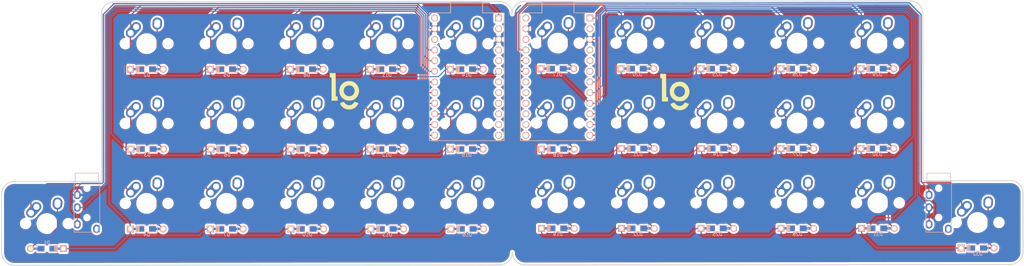
<source format=kicad_pcb>
(kicad_pcb (version 20171130) (host pcbnew "(5.1.4)-1")
  (layers (0 F.Cu signal) (31 B.Cu signal) (34 B.Paste user) (35 F.Paste user) (36 B.SilkS user) (37 F.SilkS user) (38 B.Mask user) (39 F.Mask user) (44 Edge.Cuts user))
  (net 0 "")
  (net 1 LROW0)
  (net 2 "Net-(D1-Pad2)")
  (net 3 LROW2)
  (net 4 "Net-(D2-Pad2)")
  (net 5 LROW1)
  (net 6 "Net-(D3-Pad2)")
  (net 7 "Net-(D4-Pad2)")
  (net 8 "Net-(D5-Pad2)")
  (net 9 "Net-(D6-Pad2)")
  (net 10 "Net-(D7-Pad2)")
  (net 11 "Net-(D8-Pad2)")
  (net 12 "Net-(D9-Pad2)")
  (net 13 "Net-(D10-Pad2)")
  (net 14 "Net-(D11-Pad2)")
  (net 15 "Net-(D12-Pad2)")
  (net 16 "Net-(D13-Pad2)")
  (net 17 "Net-(D14-Pad2)")
  (net 18 "Net-(D15-Pad2)")
  (net 19 "Net-(D16-Pad2)")
  (net 20 RROW2)
  (net 21 "Net-(D17-Pad2)")
  (net 22 RROW1)
  (net 23 "Net-(D18-Pad2)")
  (net 24 RROW0)
  (net 25 "Net-(D19-Pad2)")
  (net 26 "Net-(D20-Pad2)")
  (net 27 "Net-(D21-Pad2)")
  (net 28 "Net-(D22-Pad2)")
  (net 29 "Net-(D23-Pad2)")
  (net 30 "Net-(D24-Pad2)")
  (net 31 "Net-(D25-Pad2)")
  (net 32 "Net-(D26-Pad2)")
  (net 33 "Net-(D27-Pad2)")
  (net 34 "Net-(D28-Pad2)")
  (net 35 "Net-(D29-Pad2)")
  (net 36 "Net-(D30-Pad2)")
  (net 37 "Net-(D31-Pad2)")
  (net 38 "Net-(D32-Pad2)")
  (net 39 LCOL0)
  (net 40 LCOL1)
  (net 41 LCOL3)
  (net 42 LCOL4)
  (net 43 LCOL5)
  (net 44 RCOL5)
  (net 45 RCOL4)
  (net 46 RCOL3)
  (net 47 RCOL2)
  (net 48 RCOL1)
  (net 49 RCOL0)
  (net 50 LDATA)
  (net 51 "Net-(U1-Pad1)")
  (net 52 "Net-(U2-Pad24)")
  (net 53 "Net-(U2-Pad12)")
  (net 54 "Net-(U2-Pad22)")
  (net 55 "Net-(U2-Pad11)")
  (net 56 "Net-(U2-Pad10)")
  (net 57 "Net-(U2-Pad9)")
  (net 58 "Net-(U2-Pad8)")
  (net 59 "Net-(U2-Pad7)")
  (net 60 "Net-(U2-Pad5)")
  (net 61 "Net-(U2-Pad4)")
  (net 62 "Net-(U2-Pad2)")
  (net 63 "Net-(U3-Pad24)")
  (net 64 "Net-(U3-Pad22)")
  (net 65 "Net-(U3-Pad18)")
  (net 66 "Net-(U3-Pad17)")
  (net 67 "Net-(U3-Pad16)")
  (net 68 "Net-(U3-Pad15)")
  (net 69 "Net-(U3-Pad14)")
  (net 70 "Net-(U3-Pad13)")
  (net 71 "Net-(U3-Pad6)")
  (net 72 "Net-(U3-Pad5)")
  (net 73 "Net-(U3-Pad4)")
  (net 74 "Net-(U3-Pad2)")
  (net 75 RDATA)
  (net 76 "Net-(U4-Pad1)")
  (net 77 RVCC)
  (net 78 RGND)
  (net 79 LGND)
  (net 80 LVCC)
  (net 81 LCOL2)
  (module Logos:tiny_lg_logo (layer F.Cu) (at 185.19 77.61)
    (fp_text reference G*** hide)
    (fp_text value LOGO hide)
  )
  (module Logos:tiny_lg_logo (layer F.Cu) (at 106.51 77.44)
    (fp_text reference G*** hide)
    (fp_text value LOGO hide)
  )
  (module MX_Alps_Hybrid:MX-1U-NoLED (layer F.Cu) (at 233.426 65.913)
    (fp_text reference MX29)
    (fp_text value MX-NoLED)
    (pad 2 thru_hole oval (at 2.5 -4.5 86.0548) (size 2.831378 2.25) (drill 1.47 (offset 0.290689 0)) (layers *.Cu B.Mask) (net 35 "Net-(D29-Pad2)"))
    (pad 2 thru_hole circle (at 2.54 -5.08) (size 2.25 2.25) (drill 1.47) (layers *.Cu B.Mask) (net 35 "Net-(D29-Pad2)"))
    (pad 1 thru_hole oval (at -3.81 -2.54 48.0996) (size 4.211556 2.25) (drill 1.47 (offset 0.980778 0)) (layers *.Cu B.Mask) (net 48 RCOL1))
    (pad "" np_thru_hole circle (at 0 0) (size 3.9878 3.9878) (drill 3.9878) (layers *.Cu *.Mask))
    (pad 1 thru_hole circle (at -2.5 -4) (size 2.25 2.25) (drill 1.47) (layers *.Cu B.Mask) (net 48 RCOL1))
    (pad "" np_thru_hole circle (at -5.08 0 48.0996) (size 1.75 1.75) (drill 1.75) (layers *.Cu *.Mask))
    (pad "" np_thru_hole circle (at 5.08 0 48.0996) (size 1.75 1.75) (drill 1.75) (layers *.Cu *.Mask))
  )
  (module MX_Alps_Hybrid:MX-1U-NoLED (layer F.Cu) (at 135.636 66.04)
    (fp_text reference MX14)
    (fp_text value MX-NoLED)
    (pad 2 thru_hole oval (at 2.5 -4.5 86.0548) (size 2.831378 2.25) (drill 1.47 (offset 0.290689 0)) (layers *.Cu B.Mask) (net 17 "Net-(D14-Pad2)"))
    (pad 2 thru_hole circle (at 2.54 -5.08) (size 2.25 2.25) (drill 1.47) (layers *.Cu B.Mask) (net 17 "Net-(D14-Pad2)"))
    (pad 1 thru_hole oval (at -3.81 -2.54 48.0996) (size 4.211556 2.25) (drill 1.47 (offset 0.980778 0)) (layers *.Cu B.Mask) (net 43 LCOL5))
    (pad "" np_thru_hole circle (at 0 0) (size 3.9878 3.9878) (drill 3.9878) (layers *.Cu *.Mask))
    (pad 1 thru_hole circle (at -2.5 -4) (size 2.25 2.25) (drill 1.47) (layers *.Cu B.Mask) (net 43 LCOL5))
    (pad "" np_thru_hole circle (at -5.08 0 48.0996) (size 1.75 1.75) (drill 1.75) (layers *.Cu *.Mask))
    (pad "" np_thru_hole circle (at 5.08 0 48.0996) (size 1.75 1.75) (drill 1.75) (layers *.Cu *.Mask))
  )
  (module promicro:ProMicro (layer B.Cu) (at 135.636 73.914 270)
    (fp_text reference U2 hide)
    (fp_text value ProMicro)
    (pad 24 thru_hole circle (at -13.97 7.62 270) (size 1.6 1.6) (drill 1.1) (layers *.Cu *.Mask B.SilkS) (net 52 "Net-(U2-Pad24)"))
    (pad 23 thru_hole circle (at -11.43 7.62 270) (size 1.6 1.6) (drill 1.1) (layers *.Cu *.Mask B.SilkS) (net 79 LGND))
    (pad 22 thru_hole circle (at -8.89 7.62 270) (size 1.6 1.6) (drill 1.1) (layers *.Cu *.Mask B.SilkS) (net 54 "Net-(U2-Pad22)"))
    (pad 21 thru_hole circle (at -6.35 7.62 270) (size 1.6 1.6) (drill 1.1) (layers *.Cu *.Mask B.SilkS) (net 80 LVCC))
    (pad 20 thru_hole circle (at -3.81 7.62 270) (size 1.6 1.6) (drill 1.1) (layers *.Cu *.Mask B.SilkS) (net 1 LROW0))
    (pad 19 thru_hole circle (at -1.27 7.62 270) (size 1.6 1.6) (drill 1.1) (layers *.Cu *.Mask B.SilkS) (net 5 LROW1))
    (pad 18 thru_hole circle (at 1.27 7.62 270) (size 1.6 1.6) (drill 1.1) (layers *.Cu *.Mask B.SilkS) (net 39 LCOL0))
    (pad 17 thru_hole circle (at 3.81 7.62 270) (size 1.6 1.6) (drill 1.1) (layers *.Cu *.Mask B.SilkS) (net 40 LCOL1))
    (pad 16 thru_hole circle (at 6.35 7.62 270) (size 1.6 1.6) (drill 1.1) (layers *.Cu *.Mask B.SilkS) (net 81 LCOL2))
    (pad 15 thru_hole circle (at 8.89 7.62 270) (size 1.6 1.6) (drill 1.1) (layers *.Cu *.Mask B.SilkS) (net 43 LCOL5))
    (pad 14 thru_hole circle (at 11.43 7.62 270) (size 1.6 1.6) (drill 1.1) (layers *.Cu *.Mask B.SilkS) (net 41 LCOL3))
    (pad 13 thru_hole circle (at 13.97 7.62 270) (size 1.6 1.6) (drill 1.1) (layers *.Cu *.Mask B.SilkS) (net 42 LCOL4))
    (pad 12 thru_hole circle (at 13.97 -7.62 270) (size 1.6 1.6) (drill 1.1) (layers *.Cu *.Mask B.SilkS) (net 53 "Net-(U2-Pad12)"))
    (pad 11 thru_hole circle (at 11.43 -7.62 270) (size 1.6 1.6) (drill 1.1) (layers *.Cu *.Mask B.SilkS) (net 55 "Net-(U2-Pad11)"))
    (pad 10 thru_hole circle (at 8.89 -7.62 270) (size 1.6 1.6) (drill 1.1) (layers *.Cu *.Mask B.SilkS) (net 56 "Net-(U2-Pad10)"))
    (pad 9 thru_hole circle (at 6.35 -7.62 270) (size 1.6 1.6) (drill 1.1) (layers *.Cu *.Mask B.SilkS) (net 57 "Net-(U2-Pad9)"))
    (pad 8 thru_hole circle (at 3.81 -7.62 270) (size 1.6 1.6) (drill 1.1) (layers *.Cu *.Mask B.SilkS) (net 58 "Net-(U2-Pad8)"))
    (pad 7 thru_hole circle (at 1.27 -7.62 270) (size 1.6 1.6) (drill 1.1) (layers *.Cu *.Mask B.SilkS) (net 59 "Net-(U2-Pad7)"))
    (pad 6 thru_hole circle (at -1.27 -7.62 270) (size 1.6 1.6) (drill 1.1) (layers *.Cu *.Mask B.SilkS) (net 3 LROW2))
    (pad 5 thru_hole circle (at -3.81 -7.62 270) (size 1.6 1.6) (drill 1.1) (layers *.Cu *.Mask B.SilkS) (net 60 "Net-(U2-Pad5)"))
    (pad 4 thru_hole circle (at -6.35 -7.62 270) (size 1.6 1.6) (drill 1.1) (layers *.Cu *.Mask B.SilkS) (net 61 "Net-(U2-Pad4)"))
    (pad 3 thru_hole circle (at -8.89 -7.62 270) (size 1.6 1.6) (drill 1.1) (layers *.Cu *.Mask B.SilkS) (net 79 LGND))
    (pad 2 thru_hole circle (at -11.43 -7.62 270) (size 1.6 1.6) (drill 1.1) (layers *.Cu *.Mask B.SilkS) (net 62 "Net-(U2-Pad2)"))
    (pad 1 thru_hole rect (at -13.97 -7.62 270) (size 1.6 1.6) (drill 1.1) (layers *.Cu *.Mask B.SilkS) (net 50 LDATA))
  )
  (module MX_Alps_Hybrid:MX-1U-NoLED (layer F.Cu) (at 233.553 104.013)
    (fp_text reference MX31)
    (fp_text value MX-NoLED)
    (pad 2 thru_hole oval (at 2.5 -4.5 86.0548) (size 2.831378 2.25) (drill 1.47 (offset 0.290689 0)) (layers *.Cu B.Mask) (net 37 "Net-(D31-Pad2)"))
    (pad 2 thru_hole circle (at 2.54 -5.08) (size 2.25 2.25) (drill 1.47) (layers *.Cu B.Mask) (net 37 "Net-(D31-Pad2)"))
    (pad 1 thru_hole oval (at -3.81 -2.54 48.0996) (size 4.211556 2.25) (drill 1.47 (offset 0.980778 0)) (layers *.Cu B.Mask) (net 48 RCOL1))
    (pad "" np_thru_hole circle (at 0 0) (size 3.9878 3.9878) (drill 3.9878) (layers *.Cu *.Mask))
    (pad 1 thru_hole circle (at -2.5 -4) (size 2.25 2.25) (drill 1.47) (layers *.Cu B.Mask) (net 48 RCOL1))
    (pad "" np_thru_hole circle (at -5.08 0 48.0996) (size 1.75 1.75) (drill 1.75) (layers *.Cu *.Mask))
    (pad "" np_thru_hole circle (at 5.08 0 48.0996) (size 1.75 1.75) (drill 1.75) (layers *.Cu *.Mask))
  )
  (module promicro:ProMicro (layer B.Cu) (at 157.353 73.914 270)
    (fp_text reference U3 hide)
    (fp_text value ProMicro)
    (pad 24 thru_hole circle (at -13.97 7.62 270) (size 1.6 1.6) (drill 1.1) (layers *.Cu *.Mask B.SilkS) (net 63 "Net-(U3-Pad24)"))
    (pad 23 thru_hole circle (at -11.43 7.62 270) (size 1.6 1.6) (drill 1.1) (layers *.Cu *.Mask B.SilkS) (net 78 RGND))
    (pad 22 thru_hole circle (at -8.89 7.62 270) (size 1.6 1.6) (drill 1.1) (layers *.Cu *.Mask B.SilkS) (net 64 "Net-(U3-Pad22)"))
    (pad 21 thru_hole circle (at -6.35 7.62 270) (size 1.6 1.6) (drill 1.1) (layers *.Cu *.Mask B.SilkS) (net 77 RVCC))
    (pad 20 thru_hole circle (at -3.81 7.62 270) (size 1.6 1.6) (drill 1.1) (layers *.Cu *.Mask B.SilkS) (net 48 RCOL1))
    (pad 19 thru_hole circle (at -1.27 7.62 270) (size 1.6 1.6) (drill 1.1) (layers *.Cu *.Mask B.SilkS) (net 49 RCOL0))
    (pad 18 thru_hole circle (at 1.27 7.62 270) (size 1.6 1.6) (drill 1.1) (layers *.Cu *.Mask B.SilkS) (net 65 "Net-(U3-Pad18)"))
    (pad 17 thru_hole circle (at 3.81 7.62 270) (size 1.6 1.6) (drill 1.1) (layers *.Cu *.Mask B.SilkS) (net 66 "Net-(U3-Pad17)"))
    (pad 16 thru_hole circle (at 6.35 7.62 270) (size 1.6 1.6) (drill 1.1) (layers *.Cu *.Mask B.SilkS) (net 67 "Net-(U3-Pad16)"))
    (pad 15 thru_hole circle (at 8.89 7.62 270) (size 1.6 1.6) (drill 1.1) (layers *.Cu *.Mask B.SilkS) (net 68 "Net-(U3-Pad15)"))
    (pad 14 thru_hole circle (at 11.43 7.62 270) (size 1.6 1.6) (drill 1.1) (layers *.Cu *.Mask B.SilkS) (net 69 "Net-(U3-Pad14)"))
    (pad 13 thru_hole circle (at 13.97 7.62 270) (size 1.6 1.6) (drill 1.1) (layers *.Cu *.Mask B.SilkS) (net 70 "Net-(U3-Pad13)"))
    (pad 12 thru_hole circle (at 13.97 -7.62 270) (size 1.6 1.6) (drill 1.1) (layers *.Cu *.Mask B.SilkS) (net 45 RCOL4))
    (pad 11 thru_hole circle (at 11.43 -7.62 270) (size 1.6 1.6) (drill 1.1) (layers *.Cu *.Mask B.SilkS) (net 46 RCOL3))
    (pad 10 thru_hole circle (at 8.89 -7.62 270) (size 1.6 1.6) (drill 1.1) (layers *.Cu *.Mask B.SilkS) (net 47 RCOL2))
    (pad 9 thru_hole circle (at 6.35 -7.62 270) (size 1.6 1.6) (drill 1.1) (layers *.Cu *.Mask B.SilkS) (net 20 RROW2))
    (pad 8 thru_hole circle (at 3.81 -7.62 270) (size 1.6 1.6) (drill 1.1) (layers *.Cu *.Mask B.SilkS) (net 22 RROW1))
    (pad 7 thru_hole circle (at 1.27 -7.62 270) (size 1.6 1.6) (drill 1.1) (layers *.Cu *.Mask B.SilkS) (net 24 RROW0))
    (pad 6 thru_hole circle (at -1.27 -7.62 270) (size 1.6 1.6) (drill 1.1) (layers *.Cu *.Mask B.SilkS) (net 71 "Net-(U3-Pad6)"))
    (pad 5 thru_hole circle (at -3.81 -7.62 270) (size 1.6 1.6) (drill 1.1) (layers *.Cu *.Mask B.SilkS) (net 72 "Net-(U3-Pad5)"))
    (pad 4 thru_hole circle (at -6.35 -7.62 270) (size 1.6 1.6) (drill 1.1) (layers *.Cu *.Mask B.SilkS) (net 73 "Net-(U3-Pad4)"))
    (pad 3 thru_hole circle (at -8.89 -7.62 270) (size 1.6 1.6) (drill 1.1) (layers *.Cu *.Mask B.SilkS) (net 78 RGND))
    (pad 2 thru_hole circle (at -11.43 -7.62 270) (size 1.6 1.6) (drill 1.1) (layers *.Cu *.Mask B.SilkS) (net 74 "Net-(U3-Pad2)"))
    (pad 1 thru_hole rect (at -13.97 -7.62 270) (size 1.6 1.6) (drill 1.1) (layers *.Cu *.Mask B.SilkS) (net 75 RDATA))
  )
  (module Keebio-Parts:TRRS-PJ-320A (layer B.Cu) (at 45.212 98.933 180)
    (fp_text reference U4)
    (fp_text value TRRS)
    (pad 1 thru_hole oval (at -2.3 -11.3 180) (size 1.6 2) (drill oval 0.9 1.3) (layers *.Cu *.Mask) (net 76 "Net-(U4-Pad1)"))
    (pad 2 thru_hole oval (at 2.3 -10.2 180) (size 1.6 2) (drill oval 0.9 1.3) (layers *.Cu *.Mask) (net 50 LDATA))
    (pad 4 thru_hole oval (at 2.3 -3.2 180) (size 1.6 2) (drill oval 0.9 1.3) (layers *.Cu *.Mask) (net 79 LGND))
    (pad "" np_thru_hole circle (at 0 -8.6 180) (size 0.8 0.8) (drill 0.8) (layers *.Cu *.Mask))
    (pad "" np_thru_hole circle (at 0 -1.6 180) (size 0.8 0.8) (drill 0.8) (layers *.Cu *.Mask))
    (pad 3 thru_hole oval (at 2.3 -6.2 180) (size 1.6 2) (drill oval 0.9 1.3) (layers *.Cu *.Mask) (net 80 LVCC))
  )
  (module Keebio-Parts:TRRS-PJ-320A (layer B.Cu) (at 248.031 98.933 180)
    (fp_text reference U1)
    (fp_text value TRRS)
    (pad 1 thru_hole oval (at -2.3 -11.3 180) (size 1.6 2) (drill oval 0.9 1.3) (layers *.Cu *.Mask) (net 51 "Net-(U1-Pad1)"))
    (pad 2 thru_hole oval (at 2.3 -10.2 180) (size 1.6 2) (drill oval 0.9 1.3) (layers *.Cu *.Mask) (net 75 RDATA))
    (pad 4 thru_hole oval (at 2.3 -3.2 180) (size 1.6 2) (drill oval 0.9 1.3) (layers *.Cu *.Mask) (net 77 RVCC))
    (pad "" np_thru_hole circle (at 0 -8.6 180) (size 0.8 0.8) (drill 0.8) (layers *.Cu *.Mask))
    (pad "" np_thru_hole circle (at 0 -1.6 180) (size 0.8 0.8) (drill 0.8) (layers *.Cu *.Mask))
    (pad 3 thru_hole oval (at 2.3 -6.2 180) (size 1.6 2) (drill oval 0.9 1.3) (layers *.Cu *.Mask) (net 78 RGND))
  )
  (module MX_Alps_Hybrid:MX-1U-NoLED (layer F.Cu) (at 176.403 104.013)
    (fp_text reference MX22)
    (fp_text value MX-NoLED)
    (pad 2 thru_hole oval (at 2.5 -4.5 86.0548) (size 2.831378 2.25) (drill 1.47 (offset 0.290689 0)) (layers *.Cu B.Mask) (net 28 "Net-(D22-Pad2)"))
    (pad 2 thru_hole circle (at 2.54 -5.08) (size 2.25 2.25) (drill 1.47) (layers *.Cu B.Mask) (net 28 "Net-(D22-Pad2)"))
    (pad 1 thru_hole oval (at -3.81 -2.54 48.0996) (size 4.211556 2.25) (drill 1.47 (offset 0.980778 0)) (layers *.Cu B.Mask) (net 45 RCOL4))
    (pad "" np_thru_hole circle (at 0 0) (size 3.9878 3.9878) (drill 3.9878) (layers *.Cu *.Mask))
    (pad 1 thru_hole circle (at -2.5 -4) (size 2.25 2.25) (drill 1.47) (layers *.Cu B.Mask) (net 45 RCOL4))
    (pad "" np_thru_hole circle (at -5.08 0 48.0996) (size 1.75 1.75) (drill 1.75) (layers *.Cu *.Mask))
    (pad "" np_thru_hole circle (at 5.08 0 48.0996) (size 1.75 1.75) (drill 1.75) (layers *.Cu *.Mask))
  )
  (module Keebio-Parts:Diode-dual (layer B.Cu) (at 157.226 72.009 180)
    (fp_text reference D17 (at -0.0254 -1.4) (layer B.SilkS) (effects (font (size 0.8 0.8)) (justify mirror)))
    (fp_text value D_Small hide)
    (pad 1 smd rect (at 2.5 0 180) (size 2.9 0.5) (layers B.Cu) (net 20 RROW2))
    (pad 2 smd rect (at -2.5 0 180) (size 2.9 0.5) (layers B.Cu) (net 21 "Net-(D17-Pad2)"))
    (pad 1 thru_hole rect (at 3.9 0 180) (size 1.6 1.6) (drill 1) (layers *.Cu *.Mask B.SilkS) (net 20 RROW2))
    (pad 2 thru_hole circle (at -3.9 0 180) (size 1.6 1.6) (drill 1) (layers *.Cu *.Mask B.SilkS) (net 21 "Net-(D17-Pad2)"))
    (pad 2 smd rect (at -1.4 0 180) (size 1.6 1.2) (layers B.Cu B.Paste B.Mask) (net 21 "Net-(D17-Pad2)"))
    (pad 1 smd rect (at 1.4 0 180) (size 1.6 1.2) (layers B.Cu B.Paste B.Mask) (net 20 RROW2))
    (pad 1 smd rect (at 2.5 0 180) (size 2.9 0.5) (layers F.Cu) (net 20 RROW2))
    (pad 1 smd rect (at 1.4 0 180) (size 1.6 1.2) (layers F.Cu F.Paste F.Mask) (net 20 RROW2))
    (pad 2 smd rect (at -1.4 0 180) (size 1.6 1.2) (layers F.Cu F.Paste F.Mask) (net 21 "Net-(D17-Pad2)"))
    (pad 2 smd rect (at -2.5 0 180) (size 2.9 0.5) (layers F.Cu) (net 21 "Net-(D17-Pad2)"))
  )
  (module Keebio-Parts:Diode-dual (layer B.Cu) (at 176.403 110.109 180)
    (fp_text reference D22 (at -0.0254 -1.4) (layer B.SilkS) (effects (font (size 0.8 0.8)) (justify mirror)))
    (fp_text value D_Small hide)
    (pad 1 smd rect (at 2.5 0 180) (size 2.9 0.5) (layers B.Cu) (net 24 RROW0))
    (pad 2 smd rect (at -2.5 0 180) (size 2.9 0.5) (layers B.Cu) (net 28 "Net-(D22-Pad2)"))
    (pad 1 thru_hole rect (at 3.9 0 180) (size 1.6 1.6) (drill 1) (layers *.Cu *.Mask B.SilkS) (net 24 RROW0))
    (pad 2 thru_hole circle (at -3.9 0 180) (size 1.6 1.6) (drill 1) (layers *.Cu *.Mask B.SilkS) (net 28 "Net-(D22-Pad2)"))
    (pad 2 smd rect (at -1.4 0 180) (size 1.6 1.2) (layers B.Cu B.Paste B.Mask) (net 28 "Net-(D22-Pad2)"))
    (pad 1 smd rect (at 1.4 0 180) (size 1.6 1.2) (layers B.Cu B.Paste B.Mask) (net 24 RROW0))
    (pad 1 smd rect (at 2.5 0 180) (size 2.9 0.5) (layers F.Cu) (net 24 RROW0))
    (pad 1 smd rect (at 1.4 0 180) (size 1.6 1.2) (layers F.Cu F.Paste F.Mask) (net 24 RROW0))
    (pad 2 smd rect (at -1.4 0 180) (size 1.6 1.2) (layers F.Cu F.Paste F.Mask) (net 28 "Net-(D22-Pad2)"))
    (pad 2 smd rect (at -2.5 0 180) (size 2.9 0.5) (layers F.Cu) (net 28 "Net-(D22-Pad2)"))
  )
  (module MX_Alps_Hybrid:MX-1U-NoLED (layer F.Cu) (at 157.353 65.913)
    (fp_text reference MX17)
    (fp_text value MX-NoLED)
    (pad 2 thru_hole oval (at 2.5 -4.5 86.0548) (size 2.831378 2.25) (drill 1.47 (offset 0.290689 0)) (layers *.Cu B.Mask) (net 21 "Net-(D17-Pad2)"))
    (pad 2 thru_hole circle (at 2.54 -5.08) (size 2.25 2.25) (drill 1.47) (layers *.Cu B.Mask) (net 21 "Net-(D17-Pad2)"))
    (pad 1 thru_hole oval (at -3.81 -2.54 48.0996) (size 4.211556 2.25) (drill 1.47 (offset 0.980778 0)) (layers *.Cu B.Mask) (net 44 RCOL5))
    (pad "" np_thru_hole circle (at 0 0) (size 3.9878 3.9878) (drill 3.9878) (layers *.Cu *.Mask))
    (pad 1 thru_hole circle (at -2.5 -4) (size 2.25 2.25) (drill 1.47) (layers *.Cu B.Mask) (net 44 RCOL5))
    (pad "" np_thru_hole circle (at -5.08 0 48.0996) (size 1.75 1.75) (drill 1.75) (layers *.Cu *.Mask))
    (pad "" np_thru_hole circle (at 5.08 0 48.0996) (size 1.75 1.75) (drill 1.75) (layers *.Cu *.Mask))
  )
  (module MX_Alps_Hybrid:MX-1U-NoLED (layer F.Cu) (at 176.276 65.913)
    (fp_text reference MX20)
    (fp_text value MX-NoLED)
    (pad "" np_thru_hole circle (at 5.08 0 48.0996) (size 1.75 1.75) (drill 1.75) (layers *.Cu *.Mask))
    (pad "" np_thru_hole circle (at -5.08 0 48.0996) (size 1.75 1.75) (drill 1.75) (layers *.Cu *.Mask))
    (pad 1 thru_hole circle (at -2.5 -4) (size 2.25 2.25) (drill 1.47) (layers *.Cu B.Mask) (net 45 RCOL4))
    (pad "" np_thru_hole circle (at 0 0) (size 3.9878 3.9878) (drill 3.9878) (layers *.Cu *.Mask))
    (pad 1 thru_hole oval (at -3.81 -2.54 48.0996) (size 4.211556 2.25) (drill 1.47 (offset 0.980778 0)) (layers *.Cu B.Mask) (net 45 RCOL4))
    (pad 2 thru_hole circle (at 2.54 -5.08) (size 2.25 2.25) (drill 1.47) (layers *.Cu B.Mask) (net 26 "Net-(D20-Pad2)"))
    (pad 2 thru_hole oval (at 2.5 -4.5 86.0548) (size 2.831378 2.25) (drill 1.47 (offset 0.290689 0)) (layers *.Cu B.Mask) (net 26 "Net-(D20-Pad2)"))
  )
  (module MX_Alps_Hybrid:MX-1U-NoLED (layer F.Cu) (at 257.302 108.712)
    (fp_text reference MX32)
    (fp_text value MX-NoLED)
    (pad 2 thru_hole oval (at 2.5 -4.5 86.0548) (size 2.831378 2.25) (drill 1.47 (offset 0.290689 0)) (layers *.Cu B.Mask) (net 38 "Net-(D32-Pad2)"))
    (pad 2 thru_hole circle (at 2.54 -5.08) (size 2.25 2.25) (drill 1.47) (layers *.Cu B.Mask) (net 38 "Net-(D32-Pad2)"))
    (pad 1 thru_hole oval (at -3.81 -2.54 48.0996) (size 4.211556 2.25) (drill 1.47 (offset 0.980778 0)) (layers *.Cu B.Mask) (net 49 RCOL0))
    (pad "" np_thru_hole circle (at 0 0) (size 3.9878 3.9878) (drill 3.9878) (layers *.Cu *.Mask))
    (pad 1 thru_hole circle (at -2.5 -4) (size 2.25 2.25) (drill 1.47) (layers *.Cu B.Mask) (net 49 RCOL0))
    (pad "" np_thru_hole circle (at -5.08 0 48.0996) (size 1.75 1.75) (drill 1.75) (layers *.Cu *.Mask))
    (pad "" np_thru_hole circle (at 5.08 0 48.0996) (size 1.75 1.75) (drill 1.75) (layers *.Cu *.Mask))
  )
  (module MX_Alps_Hybrid:MX-1U-NoLED (layer F.Cu) (at 233.426 84.963)
    (fp_text reference MX30)
    (fp_text value MX-NoLED)
    (pad 2 thru_hole oval (at 2.5 -4.5 86.0548) (size 2.831378 2.25) (drill 1.47 (offset 0.290689 0)) (layers *.Cu B.Mask) (net 36 "Net-(D30-Pad2)"))
    (pad 2 thru_hole circle (at 2.54 -5.08) (size 2.25 2.25) (drill 1.47) (layers *.Cu B.Mask) (net 36 "Net-(D30-Pad2)"))
    (pad 1 thru_hole oval (at -3.81 -2.54 48.0996) (size 4.211556 2.25) (drill 1.47 (offset 0.980778 0)) (layers *.Cu B.Mask) (net 48 RCOL1))
    (pad "" np_thru_hole circle (at 0 0) (size 3.9878 3.9878) (drill 3.9878) (layers *.Cu *.Mask))
    (pad 1 thru_hole circle (at -2.5 -4) (size 2.25 2.25) (drill 1.47) (layers *.Cu B.Mask) (net 48 RCOL1))
    (pad "" np_thru_hole circle (at -5.08 0 48.0996) (size 1.75 1.75) (drill 1.75) (layers *.Cu *.Mask))
    (pad "" np_thru_hole circle (at 5.08 0 48.0996) (size 1.75 1.75) (drill 1.75) (layers *.Cu *.Mask))
  )
  (module MX_Alps_Hybrid:MX-1U-NoLED (layer F.Cu) (at 214.376 104.013)
    (fp_text reference MX28)
    (fp_text value MX-NoLED)
    (pad 2 thru_hole oval (at 2.5 -4.5 86.0548) (size 2.831378 2.25) (drill 1.47 (offset 0.290689 0)) (layers *.Cu B.Mask) (net 34 "Net-(D28-Pad2)"))
    (pad 2 thru_hole circle (at 2.54 -5.08) (size 2.25 2.25) (drill 1.47) (layers *.Cu B.Mask) (net 34 "Net-(D28-Pad2)"))
    (pad 1 thru_hole oval (at -3.81 -2.54 48.0996) (size 4.211556 2.25) (drill 1.47 (offset 0.980778 0)) (layers *.Cu B.Mask) (net 47 RCOL2))
    (pad "" np_thru_hole circle (at 0 0) (size 3.9878 3.9878) (drill 3.9878) (layers *.Cu *.Mask))
    (pad 1 thru_hole circle (at -2.5 -4) (size 2.25 2.25) (drill 1.47) (layers *.Cu B.Mask) (net 47 RCOL2))
    (pad "" np_thru_hole circle (at -5.08 0 48.0996) (size 1.75 1.75) (drill 1.75) (layers *.Cu *.Mask))
    (pad "" np_thru_hole circle (at 5.08 0 48.0996) (size 1.75 1.75) (drill 1.75) (layers *.Cu *.Mask))
  )
  (module MX_Alps_Hybrid:MX-1U-NoLED (layer F.Cu) (at 214.376 84.963)
    (fp_text reference MX27)
    (fp_text value MX-NoLED)
    (pad 2 thru_hole oval (at 2.5 -4.5 86.0548) (size 2.831378 2.25) (drill 1.47 (offset 0.290689 0)) (layers *.Cu B.Mask) (net 33 "Net-(D27-Pad2)"))
    (pad 2 thru_hole circle (at 2.54 -5.08) (size 2.25 2.25) (drill 1.47) (layers *.Cu B.Mask) (net 33 "Net-(D27-Pad2)"))
    (pad 1 thru_hole oval (at -3.81 -2.54 48.0996) (size 4.211556 2.25) (drill 1.47 (offset 0.980778 0)) (layers *.Cu B.Mask) (net 47 RCOL2))
    (pad "" np_thru_hole circle (at 0 0) (size 3.9878 3.9878) (drill 3.9878) (layers *.Cu *.Mask))
    (pad 1 thru_hole circle (at -2.5 -4) (size 2.25 2.25) (drill 1.47) (layers *.Cu B.Mask) (net 47 RCOL2))
    (pad "" np_thru_hole circle (at -5.08 0 48.0996) (size 1.75 1.75) (drill 1.75) (layers *.Cu *.Mask))
    (pad "" np_thru_hole circle (at 5.08 0 48.0996) (size 1.75 1.75) (drill 1.75) (layers *.Cu *.Mask))
  )
  (module MX_Alps_Hybrid:MX-1U-NoLED (layer F.Cu) (at 214.376 65.913)
    (fp_text reference MX26)
    (fp_text value MX-NoLED)
    (pad 2 thru_hole oval (at 2.5 -4.5 86.0548) (size 2.831378 2.25) (drill 1.47 (offset 0.290689 0)) (layers *.Cu B.Mask) (net 32 "Net-(D26-Pad2)"))
    (pad 2 thru_hole circle (at 2.54 -5.08) (size 2.25 2.25) (drill 1.47) (layers *.Cu B.Mask) (net 32 "Net-(D26-Pad2)"))
    (pad 1 thru_hole oval (at -3.81 -2.54 48.0996) (size 4.211556 2.25) (drill 1.47 (offset 0.980778 0)) (layers *.Cu B.Mask) (net 47 RCOL2))
    (pad "" np_thru_hole circle (at 0 0) (size 3.9878 3.9878) (drill 3.9878) (layers *.Cu *.Mask))
    (pad 1 thru_hole circle (at -2.5 -4) (size 2.25 2.25) (drill 1.47) (layers *.Cu B.Mask) (net 47 RCOL2))
    (pad "" np_thru_hole circle (at -5.08 0 48.0996) (size 1.75 1.75) (drill 1.75) (layers *.Cu *.Mask))
    (pad "" np_thru_hole circle (at 5.08 0 48.0996) (size 1.75 1.75) (drill 1.75) (layers *.Cu *.Mask))
  )
  (module MX_Alps_Hybrid:MX-1U-NoLED (layer F.Cu) (at 195.326 104.013)
    (fp_text reference MX25)
    (fp_text value MX-NoLED)
    (pad 2 thru_hole oval (at 2.5 -4.5 86.0548) (size 2.831378 2.25) (drill 1.47 (offset 0.290689 0)) (layers *.Cu B.Mask) (net 31 "Net-(D25-Pad2)"))
    (pad 2 thru_hole circle (at 2.54 -5.08) (size 2.25 2.25) (drill 1.47) (layers *.Cu B.Mask) (net 31 "Net-(D25-Pad2)"))
    (pad 1 thru_hole oval (at -3.81 -2.54 48.0996) (size 4.211556 2.25) (drill 1.47 (offset 0.980778 0)) (layers *.Cu B.Mask) (net 46 RCOL3))
    (pad "" np_thru_hole circle (at 0 0) (size 3.9878 3.9878) (drill 3.9878) (layers *.Cu *.Mask))
    (pad 1 thru_hole circle (at -2.5 -4) (size 2.25 2.25) (drill 1.47) (layers *.Cu B.Mask) (net 46 RCOL3))
    (pad "" np_thru_hole circle (at -5.08 0 48.0996) (size 1.75 1.75) (drill 1.75) (layers *.Cu *.Mask))
    (pad "" np_thru_hole circle (at 5.08 0 48.0996) (size 1.75 1.75) (drill 1.75) (layers *.Cu *.Mask))
  )
  (module MX_Alps_Hybrid:MX-1U-NoLED (layer F.Cu) (at 195.326 84.963)
    (fp_text reference MX24)
    (fp_text value MX-NoLED)
    (pad 2 thru_hole oval (at 2.5 -4.5 86.0548) (size 2.831378 2.25) (drill 1.47 (offset 0.290689 0)) (layers *.Cu B.Mask) (net 30 "Net-(D24-Pad2)"))
    (pad 2 thru_hole circle (at 2.54 -5.08) (size 2.25 2.25) (drill 1.47) (layers *.Cu B.Mask) (net 30 "Net-(D24-Pad2)"))
    (pad 1 thru_hole oval (at -3.81 -2.54 48.0996) (size 4.211556 2.25) (drill 1.47 (offset 0.980778 0)) (layers *.Cu B.Mask) (net 46 RCOL3))
    (pad "" np_thru_hole circle (at 0 0) (size 3.9878 3.9878) (drill 3.9878) (layers *.Cu *.Mask))
    (pad 1 thru_hole circle (at -2.5 -4) (size 2.25 2.25) (drill 1.47) (layers *.Cu B.Mask) (net 46 RCOL3))
    (pad "" np_thru_hole circle (at -5.08 0 48.0996) (size 1.75 1.75) (drill 1.75) (layers *.Cu *.Mask))
    (pad "" np_thru_hole circle (at 5.08 0 48.0996) (size 1.75 1.75) (drill 1.75) (layers *.Cu *.Mask))
  )
  (module MX_Alps_Hybrid:MX-1U-NoLED (layer F.Cu) (at 195.326 65.913)
    (fp_text reference MX23)
    (fp_text value MX-NoLED)
    (pad 2 thru_hole oval (at 2.5 -4.5 86.0548) (size 2.831378 2.25) (drill 1.47 (offset 0.290689 0)) (layers *.Cu B.Mask) (net 29 "Net-(D23-Pad2)"))
    (pad 2 thru_hole circle (at 2.54 -5.08) (size 2.25 2.25) (drill 1.47) (layers *.Cu B.Mask) (net 29 "Net-(D23-Pad2)"))
    (pad 1 thru_hole oval (at -3.81 -2.54 48.0996) (size 4.211556 2.25) (drill 1.47 (offset 0.980778 0)) (layers *.Cu B.Mask) (net 46 RCOL3))
    (pad "" np_thru_hole circle (at 0 0) (size 3.9878 3.9878) (drill 3.9878) (layers *.Cu *.Mask))
    (pad 1 thru_hole circle (at -2.5 -4) (size 2.25 2.25) (drill 1.47) (layers *.Cu B.Mask) (net 46 RCOL3))
    (pad "" np_thru_hole circle (at -5.08 0 48.0996) (size 1.75 1.75) (drill 1.75) (layers *.Cu *.Mask))
    (pad "" np_thru_hole circle (at 5.08 0 48.0996) (size 1.75 1.75) (drill 1.75) (layers *.Cu *.Mask))
  )
  (module MX_Alps_Hybrid:MX-1U-NoLED (layer F.Cu) (at 176.403 84.963)
    (fp_text reference MX21)
    (fp_text value MX-NoLED)
    (pad 2 thru_hole oval (at 2.5 -4.5 86.0548) (size 2.831378 2.25) (drill 1.47 (offset 0.290689 0)) (layers *.Cu B.Mask) (net 27 "Net-(D21-Pad2)"))
    (pad 2 thru_hole circle (at 2.54 -5.08) (size 2.25 2.25) (drill 1.47) (layers *.Cu B.Mask) (net 27 "Net-(D21-Pad2)"))
    (pad 1 thru_hole oval (at -3.81 -2.54 48.0996) (size 4.211556 2.25) (drill 1.47 (offset 0.980778 0)) (layers *.Cu B.Mask) (net 45 RCOL4))
    (pad "" np_thru_hole circle (at 0 0) (size 3.9878 3.9878) (drill 3.9878) (layers *.Cu *.Mask))
    (pad 1 thru_hole circle (at -2.5 -4) (size 2.25 2.25) (drill 1.47) (layers *.Cu B.Mask) (net 45 RCOL4))
    (pad "" np_thru_hole circle (at -5.08 0 48.0996) (size 1.75 1.75) (drill 1.75) (layers *.Cu *.Mask))
    (pad "" np_thru_hole circle (at 5.08 0 48.0996) (size 1.75 1.75) (drill 1.75) (layers *.Cu *.Mask))
  )
  (module MX_Alps_Hybrid:MX-1U-NoLED (layer F.Cu) (at 157.353 104.013)
    (fp_text reference MX19)
    (fp_text value MX-NoLED)
    (pad 2 thru_hole oval (at 2.5 -4.5 86.0548) (size 2.831378 2.25) (drill 1.47 (offset 0.290689 0)) (layers *.Cu B.Mask) (net 25 "Net-(D19-Pad2)"))
    (pad 2 thru_hole circle (at 2.54 -5.08) (size 2.25 2.25) (drill 1.47) (layers *.Cu B.Mask) (net 25 "Net-(D19-Pad2)"))
    (pad 1 thru_hole oval (at -3.81 -2.54 48.0996) (size 4.211556 2.25) (drill 1.47 (offset 0.980778 0)) (layers *.Cu B.Mask) (net 44 RCOL5))
    (pad "" np_thru_hole circle (at 0 0) (size 3.9878 3.9878) (drill 3.9878) (layers *.Cu *.Mask))
    (pad 1 thru_hole circle (at -2.5 -4) (size 2.25 2.25) (drill 1.47) (layers *.Cu B.Mask) (net 44 RCOL5))
    (pad "" np_thru_hole circle (at -5.08 0 48.0996) (size 1.75 1.75) (drill 1.75) (layers *.Cu *.Mask))
    (pad "" np_thru_hole circle (at 5.08 0 48.0996) (size 1.75 1.75) (drill 1.75) (layers *.Cu *.Mask))
  )
  (module MX_Alps_Hybrid:MX-1U-NoLED (layer F.Cu) (at 157.353 84.963)
    (fp_text reference MX18)
    (fp_text value MX-NoLED)
    (pad 2 thru_hole oval (at 2.5 -4.5 86.0548) (size 2.831378 2.25) (drill 1.47 (offset 0.290689 0)) (layers *.Cu B.Mask) (net 23 "Net-(D18-Pad2)"))
    (pad 2 thru_hole circle (at 2.54 -5.08) (size 2.25 2.25) (drill 1.47) (layers *.Cu B.Mask) (net 23 "Net-(D18-Pad2)"))
    (pad 1 thru_hole oval (at -3.81 -2.54 48.0996) (size 4.211556 2.25) (drill 1.47 (offset 0.980778 0)) (layers *.Cu B.Mask) (net 44 RCOL5))
    (pad "" np_thru_hole circle (at 0 0) (size 3.9878 3.9878) (drill 3.9878) (layers *.Cu *.Mask))
    (pad 1 thru_hole circle (at -2.5 -4) (size 2.25 2.25) (drill 1.47) (layers *.Cu B.Mask) (net 44 RCOL5))
    (pad "" np_thru_hole circle (at -5.08 0 48.0996) (size 1.75 1.75) (drill 1.75) (layers *.Cu *.Mask))
    (pad "" np_thru_hole circle (at 5.08 0 48.0996) (size 1.75 1.75) (drill 1.75) (layers *.Cu *.Mask))
  )
  (module MX_Alps_Hybrid:MX-1U-NoLED (layer F.Cu) (at 135.763 104.14)
    (fp_text reference MX16)
    (fp_text value MX-NoLED)
    (pad 2 thru_hole oval (at 2.5 -4.5 86.0548) (size 2.831378 2.25) (drill 1.47 (offset 0.290689 0)) (layers *.Cu B.Mask) (net 19 "Net-(D16-Pad2)"))
    (pad 2 thru_hole circle (at 2.54 -5.08) (size 2.25 2.25) (drill 1.47) (layers *.Cu B.Mask) (net 19 "Net-(D16-Pad2)"))
    (pad 1 thru_hole oval (at -3.81 -2.54 48.0996) (size 4.211556 2.25) (drill 1.47 (offset 0.980778 0)) (layers *.Cu B.Mask) (net 43 LCOL5))
    (pad "" np_thru_hole circle (at 0 0) (size 3.9878 3.9878) (drill 3.9878) (layers *.Cu *.Mask))
    (pad 1 thru_hole circle (at -2.5 -4) (size 2.25 2.25) (drill 1.47) (layers *.Cu B.Mask) (net 43 LCOL5))
    (pad "" np_thru_hole circle (at -5.08 0 48.0996) (size 1.75 1.75) (drill 1.75) (layers *.Cu *.Mask))
    (pad "" np_thru_hole circle (at 5.08 0 48.0996) (size 1.75 1.75) (drill 1.75) (layers *.Cu *.Mask))
  )
  (module MX_Alps_Hybrid:MX-1U-NoLED (layer F.Cu) (at 135.636 85.09)
    (fp_text reference MX15)
    (fp_text value MX-NoLED)
    (pad 2 thru_hole oval (at 2.5 -4.5 86.0548) (size 2.831378 2.25) (drill 1.47 (offset 0.290689 0)) (layers *.Cu B.Mask) (net 18 "Net-(D15-Pad2)"))
    (pad 2 thru_hole circle (at 2.54 -5.08) (size 2.25 2.25) (drill 1.47) (layers *.Cu B.Mask) (net 18 "Net-(D15-Pad2)"))
    (pad 1 thru_hole oval (at -3.81 -2.54 48.0996) (size 4.211556 2.25) (drill 1.47 (offset 0.980778 0)) (layers *.Cu B.Mask) (net 43 LCOL5))
    (pad "" np_thru_hole circle (at 0 0) (size 3.9878 3.9878) (drill 3.9878) (layers *.Cu *.Mask))
    (pad 1 thru_hole circle (at -2.5 -4) (size 2.25 2.25) (drill 1.47) (layers *.Cu B.Mask) (net 43 LCOL5))
    (pad "" np_thru_hole circle (at -5.08 0 48.0996) (size 1.75 1.75) (drill 1.75) (layers *.Cu *.Mask))
    (pad "" np_thru_hole circle (at 5.08 0 48.0996) (size 1.75 1.75) (drill 1.75) (layers *.Cu *.Mask))
  )
  (module MX_Alps_Hybrid:MX-1U-NoLED (layer F.Cu) (at 116.713 104.14)
    (fp_text reference MX13)
    (fp_text value MX-NoLED)
    (pad 2 thru_hole oval (at 2.5 -4.5 86.0548) (size 2.831378 2.25) (drill 1.47 (offset 0.290689 0)) (layers *.Cu B.Mask) (net 16 "Net-(D13-Pad2)"))
    (pad 2 thru_hole circle (at 2.54 -5.08) (size 2.25 2.25) (drill 1.47) (layers *.Cu B.Mask) (net 16 "Net-(D13-Pad2)"))
    (pad 1 thru_hole oval (at -3.81 -2.54 48.0996) (size 4.211556 2.25) (drill 1.47 (offset 0.980778 0)) (layers *.Cu B.Mask) (net 42 LCOL4))
    (pad "" np_thru_hole circle (at 0 0) (size 3.9878 3.9878) (drill 3.9878) (layers *.Cu *.Mask))
    (pad 1 thru_hole circle (at -2.5 -4) (size 2.25 2.25) (drill 1.47) (layers *.Cu B.Mask) (net 42 LCOL4))
    (pad "" np_thru_hole circle (at -5.08 0 48.0996) (size 1.75 1.75) (drill 1.75) (layers *.Cu *.Mask))
    (pad "" np_thru_hole circle (at 5.08 0 48.0996) (size 1.75 1.75) (drill 1.75) (layers *.Cu *.Mask))
  )
  (module MX_Alps_Hybrid:MX-1U-NoLED (layer F.Cu) (at 116.586 85.09)
    (fp_text reference MX12)
    (fp_text value MX-NoLED)
    (pad "" np_thru_hole circle (at 5.08 0 48.0996) (size 1.75 1.75) (drill 1.75) (layers *.Cu *.Mask))
    (pad "" np_thru_hole circle (at -5.08 0 48.0996) (size 1.75 1.75) (drill 1.75) (layers *.Cu *.Mask))
    (pad 1 thru_hole circle (at -2.5 -4) (size 2.25 2.25) (drill 1.47) (layers *.Cu B.Mask) (net 42 LCOL4))
    (pad "" np_thru_hole circle (at 0 0) (size 3.9878 3.9878) (drill 3.9878) (layers *.Cu *.Mask))
    (pad 1 thru_hole oval (at -3.81 -2.54 48.0996) (size 4.211556 2.25) (drill 1.47 (offset 0.980778 0)) (layers *.Cu B.Mask) (net 42 LCOL4))
    (pad 2 thru_hole circle (at 2.54 -5.08) (size 2.25 2.25) (drill 1.47) (layers *.Cu B.Mask) (net 15 "Net-(D12-Pad2)"))
    (pad 2 thru_hole oval (at 2.5 -4.5 86.0548) (size 2.831378 2.25) (drill 1.47 (offset 0.290689 0)) (layers *.Cu B.Mask) (net 15 "Net-(D12-Pad2)"))
  )
  (module MX_Alps_Hybrid:MX-1U-NoLED (layer F.Cu) (at 116.586 66.04)
    (fp_text reference MX11)
    (fp_text value MX-NoLED)
    (pad 2 thru_hole oval (at 2.5 -4.5 86.0548) (size 2.831378 2.25) (drill 1.47 (offset 0.290689 0)) (layers *.Cu B.Mask) (net 14 "Net-(D11-Pad2)"))
    (pad 2 thru_hole circle (at 2.54 -5.08) (size 2.25 2.25) (drill 1.47) (layers *.Cu B.Mask) (net 14 "Net-(D11-Pad2)"))
    (pad 1 thru_hole oval (at -3.81 -2.54 48.0996) (size 4.211556 2.25) (drill 1.47 (offset 0.980778 0)) (layers *.Cu B.Mask) (net 42 LCOL4))
    (pad "" np_thru_hole circle (at 0 0) (size 3.9878 3.9878) (drill 3.9878) (layers *.Cu *.Mask))
    (pad 1 thru_hole circle (at -2.5 -4) (size 2.25 2.25) (drill 1.47) (layers *.Cu B.Mask) (net 42 LCOL4))
    (pad "" np_thru_hole circle (at -5.08 0 48.0996) (size 1.75 1.75) (drill 1.75) (layers *.Cu *.Mask))
    (pad "" np_thru_hole circle (at 5.08 0 48.0996) (size 1.75 1.75) (drill 1.75) (layers *.Cu *.Mask))
  )
  (module MX_Alps_Hybrid:MX-1U-NoLED (layer F.Cu) (at 97.663 104.14)
    (fp_text reference MX10)
    (fp_text value MX-NoLED)
    (pad 2 thru_hole oval (at 2.5 -4.5 86.0548) (size 2.831378 2.25) (drill 1.47 (offset 0.290689 0)) (layers *.Cu B.Mask) (net 13 "Net-(D10-Pad2)"))
    (pad 2 thru_hole circle (at 2.54 -5.08) (size 2.25 2.25) (drill 1.47) (layers *.Cu B.Mask) (net 13 "Net-(D10-Pad2)"))
    (pad 1 thru_hole oval (at -3.81 -2.54 48.0996) (size 4.211556 2.25) (drill 1.47 (offset 0.980778 0)) (layers *.Cu B.Mask) (net 41 LCOL3))
    (pad "" np_thru_hole circle (at 0 0) (size 3.9878 3.9878) (drill 3.9878) (layers *.Cu *.Mask))
    (pad 1 thru_hole circle (at -2.5 -4) (size 2.25 2.25) (drill 1.47) (layers *.Cu B.Mask) (net 41 LCOL3))
    (pad "" np_thru_hole circle (at -5.08 0 48.0996) (size 1.75 1.75) (drill 1.75) (layers *.Cu *.Mask))
    (pad "" np_thru_hole circle (at 5.08 0 48.0996) (size 1.75 1.75) (drill 1.75) (layers *.Cu *.Mask))
  )
  (module MX_Alps_Hybrid:MX-1U-NoLED (layer F.Cu) (at 97.663 85.09)
    (fp_text reference MX9)
    (fp_text value MX-NoLED)
    (pad 2 thru_hole oval (at 2.5 -4.5 86.0548) (size 2.831378 2.25) (drill 1.47 (offset 0.290689 0)) (layers *.Cu B.Mask) (net 12 "Net-(D9-Pad2)"))
    (pad 2 thru_hole circle (at 2.54 -5.08) (size 2.25 2.25) (drill 1.47) (layers *.Cu B.Mask) (net 12 "Net-(D9-Pad2)"))
    (pad 1 thru_hole oval (at -3.81 -2.54 48.0996) (size 4.211556 2.25) (drill 1.47 (offset 0.980778 0)) (layers *.Cu B.Mask) (net 41 LCOL3))
    (pad "" np_thru_hole circle (at 0 0) (size 3.9878 3.9878) (drill 3.9878) (layers *.Cu *.Mask))
    (pad 1 thru_hole circle (at -2.5 -4) (size 2.25 2.25) (drill 1.47) (layers *.Cu B.Mask) (net 41 LCOL3))
    (pad "" np_thru_hole circle (at -5.08 0 48.0996) (size 1.75 1.75) (drill 1.75) (layers *.Cu *.Mask))
    (pad "" np_thru_hole circle (at 5.08 0 48.0996) (size 1.75 1.75) (drill 1.75) (layers *.Cu *.Mask))
  )
  (module MX_Alps_Hybrid:MX-1U-NoLED (layer F.Cu) (at 97.536 66.04)
    (fp_text reference MX8)
    (fp_text value MX-NoLED)
    (pad 2 thru_hole oval (at 2.5 -4.5 86.0548) (size 2.831378 2.25) (drill 1.47 (offset 0.290689 0)) (layers *.Cu B.Mask) (net 11 "Net-(D8-Pad2)"))
    (pad 2 thru_hole circle (at 2.54 -5.08) (size 2.25 2.25) (drill 1.47) (layers *.Cu B.Mask) (net 11 "Net-(D8-Pad2)"))
    (pad 1 thru_hole oval (at -3.81 -2.54 48.0996) (size 4.211556 2.25) (drill 1.47 (offset 0.980778 0)) (layers *.Cu B.Mask) (net 41 LCOL3))
    (pad "" np_thru_hole circle (at 0 0) (size 3.9878 3.9878) (drill 3.9878) (layers *.Cu *.Mask))
    (pad 1 thru_hole circle (at -2.5 -4) (size 2.25 2.25) (drill 1.47) (layers *.Cu B.Mask) (net 41 LCOL3))
    (pad "" np_thru_hole circle (at -5.08 0 48.0996) (size 1.75 1.75) (drill 1.75) (layers *.Cu *.Mask))
    (pad "" np_thru_hole circle (at 5.08 0 48.0996) (size 1.75 1.75) (drill 1.75) (layers *.Cu *.Mask))
  )
  (module MX_Alps_Hybrid:MX-1U-NoLED (layer F.Cu) (at 78.486 104.14)
    (fp_text reference MX7)
    (fp_text value MX-NoLED)
    (pad 2 thru_hole oval (at 2.5 -4.5 86.0548) (size 2.831378 2.25) (drill 1.47 (offset 0.290689 0)) (layers *.Cu B.Mask) (net 10 "Net-(D7-Pad2)"))
    (pad 2 thru_hole circle (at 2.54 -5.08) (size 2.25 2.25) (drill 1.47) (layers *.Cu B.Mask) (net 10 "Net-(D7-Pad2)"))
    (pad 1 thru_hole oval (at -3.81 -2.54 48.0996) (size 4.211556 2.25) (drill 1.47 (offset 0.980778 0)) (layers *.Cu B.Mask) (net 81 LCOL2))
    (pad "" np_thru_hole circle (at 0 0) (size 3.9878 3.9878) (drill 3.9878) (layers *.Cu *.Mask))
    (pad 1 thru_hole circle (at -2.5 -4) (size 2.25 2.25) (drill 1.47) (layers *.Cu B.Mask) (net 81 LCOL2))
    (pad "" np_thru_hole circle (at -5.08 0 48.0996) (size 1.75 1.75) (drill 1.75) (layers *.Cu *.Mask))
    (pad "" np_thru_hole circle (at 5.08 0 48.0996) (size 1.75 1.75) (drill 1.75) (layers *.Cu *.Mask))
  )
  (module MX_Alps_Hybrid:MX-1U-NoLED (layer F.Cu) (at 78.613 85.09)
    (fp_text reference MX6)
    (fp_text value MX-NoLED)
    (pad 2 thru_hole oval (at 2.5 -4.5 86.0548) (size 2.831378 2.25) (drill 1.47 (offset 0.290689 0)) (layers *.Cu B.Mask) (net 9 "Net-(D6-Pad2)"))
    (pad 2 thru_hole circle (at 2.54 -5.08) (size 2.25 2.25) (drill 1.47) (layers *.Cu B.Mask) (net 9 "Net-(D6-Pad2)"))
    (pad 1 thru_hole oval (at -3.81 -2.54 48.0996) (size 4.211556 2.25) (drill 1.47 (offset 0.980778 0)) (layers *.Cu B.Mask) (net 81 LCOL2))
    (pad "" np_thru_hole circle (at 0 0) (size 3.9878 3.9878) (drill 3.9878) (layers *.Cu *.Mask))
    (pad 1 thru_hole circle (at -2.5 -4) (size 2.25 2.25) (drill 1.47) (layers *.Cu B.Mask) (net 81 LCOL2))
    (pad "" np_thru_hole circle (at -5.08 0 48.0996) (size 1.75 1.75) (drill 1.75) (layers *.Cu *.Mask))
    (pad "" np_thru_hole circle (at 5.08 0 48.0996) (size 1.75 1.75) (drill 1.75) (layers *.Cu *.Mask))
  )
  (module MX_Alps_Hybrid:MX-1U-NoLED (layer F.Cu) (at 78.486 66.04)
    (fp_text reference MX5)
    (fp_text value MX-NoLED)
    (pad 2 thru_hole oval (at 2.5 -4.5 86.0548) (size 2.831378 2.25) (drill 1.47 (offset 0.290689 0)) (layers *.Cu B.Mask) (net 8 "Net-(D5-Pad2)"))
    (pad 2 thru_hole circle (at 2.54 -5.08) (size 2.25 2.25) (drill 1.47) (layers *.Cu B.Mask) (net 8 "Net-(D5-Pad2)"))
    (pad 1 thru_hole oval (at -3.81 -2.54 48.0996) (size 4.211556 2.25) (drill 1.47 (offset 0.980778 0)) (layers *.Cu B.Mask) (net 81 LCOL2))
    (pad "" np_thru_hole circle (at 0 0) (size 3.9878 3.9878) (drill 3.9878) (layers *.Cu *.Mask))
    (pad 1 thru_hole circle (at -2.5 -4) (size 2.25 2.25) (drill 1.47) (layers *.Cu B.Mask) (net 81 LCOL2))
    (pad "" np_thru_hole circle (at -5.08 0 48.0996) (size 1.75 1.75) (drill 1.75) (layers *.Cu *.Mask))
    (pad "" np_thru_hole circle (at 5.08 0 48.0996) (size 1.75 1.75) (drill 1.75) (layers *.Cu *.Mask))
  )
  (module MX_Alps_Hybrid:MX-1U-NoLED (layer F.Cu) (at 59.436 104.14)
    (fp_text reference MX4)
    (fp_text value MX-NoLED)
    (pad 2 thru_hole oval (at 2.5 -4.5 86.0548) (size 2.831378 2.25) (drill 1.47 (offset 0.290689 0)) (layers *.Cu B.Mask) (net 7 "Net-(D4-Pad2)"))
    (pad 2 thru_hole circle (at 2.54 -5.08) (size 2.25 2.25) (drill 1.47) (layers *.Cu B.Mask) (net 7 "Net-(D4-Pad2)"))
    (pad 1 thru_hole oval (at -3.81 -2.54 48.0996) (size 4.211556 2.25) (drill 1.47 (offset 0.980778 0)) (layers *.Cu B.Mask) (net 40 LCOL1))
    (pad "" np_thru_hole circle (at 0 0) (size 3.9878 3.9878) (drill 3.9878) (layers *.Cu *.Mask))
    (pad 1 thru_hole circle (at -2.5 -4) (size 2.25 2.25) (drill 1.47) (layers *.Cu B.Mask) (net 40 LCOL1))
    (pad "" np_thru_hole circle (at -5.08 0 48.0996) (size 1.75 1.75) (drill 1.75) (layers *.Cu *.Mask))
    (pad "" np_thru_hole circle (at 5.08 0 48.0996) (size 1.75 1.75) (drill 1.75) (layers *.Cu *.Mask))
  )
  (module MX_Alps_Hybrid:MX-1U-NoLED (layer F.Cu) (at 59.436 85.09)
    (fp_text reference MX3)
    (fp_text value MX-NoLED)
    (pad 2 thru_hole oval (at 2.5 -4.5 86.0548) (size 2.831378 2.25) (drill 1.47 (offset 0.290689 0)) (layers *.Cu B.Mask) (net 6 "Net-(D3-Pad2)"))
    (pad 2 thru_hole circle (at 2.54 -5.08) (size 2.25 2.25) (drill 1.47) (layers *.Cu B.Mask) (net 6 "Net-(D3-Pad2)"))
    (pad 1 thru_hole oval (at -3.81 -2.54 48.0996) (size 4.211556 2.25) (drill 1.47 (offset 0.980778 0)) (layers *.Cu B.Mask) (net 40 LCOL1))
    (pad "" np_thru_hole circle (at 0 0) (size 3.9878 3.9878) (drill 3.9878) (layers *.Cu *.Mask))
    (pad 1 thru_hole circle (at -2.5 -4) (size 2.25 2.25) (drill 1.47) (layers *.Cu B.Mask) (net 40 LCOL1))
    (pad "" np_thru_hole circle (at -5.08 0 48.0996) (size 1.75 1.75) (drill 1.75) (layers *.Cu *.Mask))
    (pad "" np_thru_hole circle (at 5.08 0 48.0996) (size 1.75 1.75) (drill 1.75) (layers *.Cu *.Mask))
  )
  (module MX_Alps_Hybrid:MX-1U-NoLED (layer F.Cu) (at 59.436 66.04)
    (fp_text reference MX2)
    (fp_text value MX-NoLED)
    (pad 2 thru_hole oval (at 2.5 -4.5 86.0548) (size 2.831378 2.25) (drill 1.47 (offset 0.290689 0)) (layers *.Cu B.Mask) (net 4 "Net-(D2-Pad2)"))
    (pad 2 thru_hole circle (at 2.54 -5.08) (size 2.25 2.25) (drill 1.47) (layers *.Cu B.Mask) (net 4 "Net-(D2-Pad2)"))
    (pad 1 thru_hole oval (at -3.81 -2.54 48.0996) (size 4.211556 2.25) (drill 1.47 (offset 0.980778 0)) (layers *.Cu B.Mask) (net 40 LCOL1))
    (pad "" np_thru_hole circle (at 0 0) (size 3.9878 3.9878) (drill 3.9878) (layers *.Cu *.Mask))
    (pad 1 thru_hole circle (at -2.5 -4) (size 2.25 2.25) (drill 1.47) (layers *.Cu B.Mask) (net 40 LCOL1))
    (pad "" np_thru_hole circle (at -5.08 0 48.0996) (size 1.75 1.75) (drill 1.75) (layers *.Cu *.Mask))
    (pad "" np_thru_hole circle (at 5.08 0 48.0996) (size 1.75 1.75) (drill 1.75) (layers *.Cu *.Mask))
  )
  (module MX_Alps_Hybrid:MX-1U-NoLED (layer F.Cu) (at 35.687 108.966)
    (fp_text reference MX1)
    (fp_text value MX-NoLED)
    (pad 2 thru_hole oval (at 2.5 -4.5 86.0548) (size 2.831378 2.25) (drill 1.47 (offset 0.290689 0)) (layers *.Cu B.Mask) (net 2 "Net-(D1-Pad2)"))
    (pad 2 thru_hole circle (at 2.54 -5.08) (size 2.25 2.25) (drill 1.47) (layers *.Cu B.Mask) (net 2 "Net-(D1-Pad2)"))
    (pad 1 thru_hole oval (at -3.81 -2.54 48.0996) (size 4.211556 2.25) (drill 1.47 (offset 0.980778 0)) (layers *.Cu B.Mask) (net 39 LCOL0))
    (pad "" np_thru_hole circle (at 0 0) (size 3.9878 3.9878) (drill 3.9878) (layers *.Cu *.Mask))
    (pad 1 thru_hole circle (at -2.5 -4) (size 2.25 2.25) (drill 1.47) (layers *.Cu B.Mask) (net 39 LCOL0))
    (pad "" np_thru_hole circle (at -5.08 0 48.0996) (size 1.75 1.75) (drill 1.75) (layers *.Cu *.Mask))
    (pad "" np_thru_hole circle (at 5.08 0 48.0996) (size 1.75 1.75) (drill 1.75) (layers *.Cu *.Mask))
  )
  (module Keebio-Parts:Diode-dual (layer B.Cu) (at 257.302 114.808 180)
    (fp_text reference D32 (at -0.0254 -1.4) (layer B.SilkS) (effects (font (size 0.8 0.8)) (justify mirror)))
    (fp_text value D_Small hide)
    (pad 1 smd rect (at 2.5 0 180) (size 2.9 0.5) (layers B.Cu) (net 24 RROW0))
    (pad 2 smd rect (at -2.5 0 180) (size 2.9 0.5) (layers B.Cu) (net 38 "Net-(D32-Pad2)"))
    (pad 1 thru_hole rect (at 3.9 0 180) (size 1.6 1.6) (drill 1) (layers *.Cu *.Mask B.SilkS) (net 24 RROW0))
    (pad 2 thru_hole circle (at -3.9 0 180) (size 1.6 1.6) (drill 1) (layers *.Cu *.Mask B.SilkS) (net 38 "Net-(D32-Pad2)"))
    (pad 2 smd rect (at -1.4 0 180) (size 1.6 1.2) (layers B.Cu B.Paste B.Mask) (net 38 "Net-(D32-Pad2)"))
    (pad 1 smd rect (at 1.4 0 180) (size 1.6 1.2) (layers B.Cu B.Paste B.Mask) (net 24 RROW0))
    (pad 1 smd rect (at 2.5 0 180) (size 2.9 0.5) (layers F.Cu) (net 24 RROW0))
    (pad 1 smd rect (at 1.4 0 180) (size 1.6 1.2) (layers F.Cu F.Paste F.Mask) (net 24 RROW0))
    (pad 2 smd rect (at -1.4 0 180) (size 1.6 1.2) (layers F.Cu F.Paste F.Mask) (net 38 "Net-(D32-Pad2)"))
    (pad 2 smd rect (at -2.5 0 180) (size 2.9 0.5) (layers F.Cu) (net 38 "Net-(D32-Pad2)"))
  )
  (module Keebio-Parts:Diode-dual (layer B.Cu) (at 233.553 110.109 180)
    (fp_text reference D31 (at -0.0254 -1.4) (layer B.SilkS) (effects (font (size 0.8 0.8)) (justify mirror)))
    (fp_text value D_Small hide)
    (pad 1 smd rect (at 2.5 0 180) (size 2.9 0.5) (layers B.Cu) (net 24 RROW0))
    (pad 2 smd rect (at -2.5 0 180) (size 2.9 0.5) (layers B.Cu) (net 37 "Net-(D31-Pad2)"))
    (pad 1 thru_hole rect (at 3.9 0 180) (size 1.6 1.6) (drill 1) (layers *.Cu *.Mask B.SilkS) (net 24 RROW0))
    (pad 2 thru_hole circle (at -3.9 0 180) (size 1.6 1.6) (drill 1) (layers *.Cu *.Mask B.SilkS) (net 37 "Net-(D31-Pad2)"))
    (pad 2 smd rect (at -1.4 0 180) (size 1.6 1.2) (layers B.Cu B.Paste B.Mask) (net 37 "Net-(D31-Pad2)"))
    (pad 1 smd rect (at 1.4 0 180) (size 1.6 1.2) (layers B.Cu B.Paste B.Mask) (net 24 RROW0))
    (pad 1 smd rect (at 2.5 0 180) (size 2.9 0.5) (layers F.Cu) (net 24 RROW0))
    (pad 1 smd rect (at 1.4 0 180) (size 1.6 1.2) (layers F.Cu F.Paste F.Mask) (net 24 RROW0))
    (pad 2 smd rect (at -1.4 0 180) (size 1.6 1.2) (layers F.Cu F.Paste F.Mask) (net 37 "Net-(D31-Pad2)"))
    (pad 2 smd rect (at -2.5 0 180) (size 2.9 0.5) (layers F.Cu) (net 37 "Net-(D31-Pad2)"))
  )
  (module Keebio-Parts:Diode-dual (layer B.Cu) (at 233.426 91.059 180)
    (fp_text reference D30 (at -0.0254 -1.4) (layer B.SilkS) (effects (font (size 0.8 0.8)) (justify mirror)))
    (fp_text value D_Small hide)
    (pad 1 smd rect (at 2.5 0 180) (size 2.9 0.5) (layers B.Cu) (net 22 RROW1))
    (pad 2 smd rect (at -2.5 0 180) (size 2.9 0.5) (layers B.Cu) (net 36 "Net-(D30-Pad2)"))
    (pad 1 thru_hole rect (at 3.9 0 180) (size 1.6 1.6) (drill 1) (layers *.Cu *.Mask B.SilkS) (net 22 RROW1))
    (pad 2 thru_hole circle (at -3.9 0 180) (size 1.6 1.6) (drill 1) (layers *.Cu *.Mask B.SilkS) (net 36 "Net-(D30-Pad2)"))
    (pad 2 smd rect (at -1.4 0 180) (size 1.6 1.2) (layers B.Cu B.Paste B.Mask) (net 36 "Net-(D30-Pad2)"))
    (pad 1 smd rect (at 1.4 0 180) (size 1.6 1.2) (layers B.Cu B.Paste B.Mask) (net 22 RROW1))
    (pad 1 smd rect (at 2.5 0 180) (size 2.9 0.5) (layers F.Cu) (net 22 RROW1))
    (pad 1 smd rect (at 1.4 0 180) (size 1.6 1.2) (layers F.Cu F.Paste F.Mask) (net 22 RROW1))
    (pad 2 smd rect (at -1.4 0 180) (size 1.6 1.2) (layers F.Cu F.Paste F.Mask) (net 36 "Net-(D30-Pad2)"))
    (pad 2 smd rect (at -2.5 0 180) (size 2.9 0.5) (layers F.Cu) (net 36 "Net-(D30-Pad2)"))
  )
  (module Keebio-Parts:Diode-dual (layer B.Cu) (at 233.426 72.009 180)
    (fp_text reference D29 (at -0.0254 -1.4) (layer B.SilkS) (effects (font (size 0.8 0.8)) (justify mirror)))
    (fp_text value D_Small hide)
    (pad 1 smd rect (at 2.5 0 180) (size 2.9 0.5) (layers B.Cu) (net 20 RROW2))
    (pad 2 smd rect (at -2.5 0 180) (size 2.9 0.5) (layers B.Cu) (net 35 "Net-(D29-Pad2)"))
    (pad 1 thru_hole rect (at 3.9 0 180) (size 1.6 1.6) (drill 1) (layers *.Cu *.Mask B.SilkS) (net 20 RROW2))
    (pad 2 thru_hole circle (at -3.9 0 180) (size 1.6 1.6) (drill 1) (layers *.Cu *.Mask B.SilkS) (net 35 "Net-(D29-Pad2)"))
    (pad 2 smd rect (at -1.4 0 180) (size 1.6 1.2) (layers B.Cu B.Paste B.Mask) (net 35 "Net-(D29-Pad2)"))
    (pad 1 smd rect (at 1.4 0 180) (size 1.6 1.2) (layers B.Cu B.Paste B.Mask) (net 20 RROW2))
    (pad 1 smd rect (at 2.5 0 180) (size 2.9 0.5) (layers F.Cu) (net 20 RROW2))
    (pad 1 smd rect (at 1.4 0 180) (size 1.6 1.2) (layers F.Cu F.Paste F.Mask) (net 20 RROW2))
    (pad 2 smd rect (at -1.4 0 180) (size 1.6 1.2) (layers F.Cu F.Paste F.Mask) (net 35 "Net-(D29-Pad2)"))
    (pad 2 smd rect (at -2.5 0 180) (size 2.9 0.5) (layers F.Cu) (net 35 "Net-(D29-Pad2)"))
  )
  (module Keebio-Parts:Diode-dual (layer B.Cu) (at 214.376 110.109 180)
    (fp_text reference D28 (at -0.0254 -1.4) (layer B.SilkS) (effects (font (size 0.8 0.8)) (justify mirror)))
    (fp_text value D_Small hide)
    (pad 1 smd rect (at 2.5 0 180) (size 2.9 0.5) (layers B.Cu) (net 24 RROW0))
    (pad 2 smd rect (at -2.5 0 180) (size 2.9 0.5) (layers B.Cu) (net 34 "Net-(D28-Pad2)"))
    (pad 1 thru_hole rect (at 3.9 0 180) (size 1.6 1.6) (drill 1) (layers *.Cu *.Mask B.SilkS) (net 24 RROW0))
    (pad 2 thru_hole circle (at -3.9 0 180) (size 1.6 1.6) (drill 1) (layers *.Cu *.Mask B.SilkS) (net 34 "Net-(D28-Pad2)"))
    (pad 2 smd rect (at -1.4 0 180) (size 1.6 1.2) (layers B.Cu B.Paste B.Mask) (net 34 "Net-(D28-Pad2)"))
    (pad 1 smd rect (at 1.4 0 180) (size 1.6 1.2) (layers B.Cu B.Paste B.Mask) (net 24 RROW0))
    (pad 1 smd rect (at 2.5 0 180) (size 2.9 0.5) (layers F.Cu) (net 24 RROW0))
    (pad 1 smd rect (at 1.4 0 180) (size 1.6 1.2) (layers F.Cu F.Paste F.Mask) (net 24 RROW0))
    (pad 2 smd rect (at -1.4 0 180) (size 1.6 1.2) (layers F.Cu F.Paste F.Mask) (net 34 "Net-(D28-Pad2)"))
    (pad 2 smd rect (at -2.5 0 180) (size 2.9 0.5) (layers F.Cu) (net 34 "Net-(D28-Pad2)"))
  )
  (module Keebio-Parts:Diode-dual (layer B.Cu) (at 214.376 91.059 180)
    (fp_text reference D27 (at -0.0254 -1.4) (layer B.SilkS) (effects (font (size 0.8 0.8)) (justify mirror)))
    (fp_text value D_Small hide)
    (pad 1 smd rect (at 2.5 0 180) (size 2.9 0.5) (layers B.Cu) (net 22 RROW1))
    (pad 2 smd rect (at -2.5 0 180) (size 2.9 0.5) (layers B.Cu) (net 33 "Net-(D27-Pad2)"))
    (pad 1 thru_hole rect (at 3.9 0 180) (size 1.6 1.6) (drill 1) (layers *.Cu *.Mask B.SilkS) (net 22 RROW1))
    (pad 2 thru_hole circle (at -3.9 0 180) (size 1.6 1.6) (drill 1) (layers *.Cu *.Mask B.SilkS) (net 33 "Net-(D27-Pad2)"))
    (pad 2 smd rect (at -1.4 0 180) (size 1.6 1.2) (layers B.Cu B.Paste B.Mask) (net 33 "Net-(D27-Pad2)"))
    (pad 1 smd rect (at 1.4 0 180) (size 1.6 1.2) (layers B.Cu B.Paste B.Mask) (net 22 RROW1))
    (pad 1 smd rect (at 2.5 0 180) (size 2.9 0.5) (layers F.Cu) (net 22 RROW1))
    (pad 1 smd rect (at 1.4 0 180) (size 1.6 1.2) (layers F.Cu F.Paste F.Mask) (net 22 RROW1))
    (pad 2 smd rect (at -1.4 0 180) (size 1.6 1.2) (layers F.Cu F.Paste F.Mask) (net 33 "Net-(D27-Pad2)"))
    (pad 2 smd rect (at -2.5 0 180) (size 2.9 0.5) (layers F.Cu) (net 33 "Net-(D27-Pad2)"))
  )
  (module Keebio-Parts:Diode-dual (layer B.Cu) (at 214.376 72.009 180)
    (fp_text reference D26 (at -0.0254 -1.4) (layer B.SilkS) (effects (font (size 0.8 0.8)) (justify mirror)))
    (fp_text value D_Small hide)
    (pad 1 smd rect (at 2.5 0 180) (size 2.9 0.5) (layers B.Cu) (net 20 RROW2))
    (pad 2 smd rect (at -2.5 0 180) (size 2.9 0.5) (layers B.Cu) (net 32 "Net-(D26-Pad2)"))
    (pad 1 thru_hole rect (at 3.9 0 180) (size 1.6 1.6) (drill 1) (layers *.Cu *.Mask B.SilkS) (net 20 RROW2))
    (pad 2 thru_hole circle (at -3.9 0 180) (size 1.6 1.6) (drill 1) (layers *.Cu *.Mask B.SilkS) (net 32 "Net-(D26-Pad2)"))
    (pad 2 smd rect (at -1.4 0 180) (size 1.6 1.2) (layers B.Cu B.Paste B.Mask) (net 32 "Net-(D26-Pad2)"))
    (pad 1 smd rect (at 1.4 0 180) (size 1.6 1.2) (layers B.Cu B.Paste B.Mask) (net 20 RROW2))
    (pad 1 smd rect (at 2.5 0 180) (size 2.9 0.5) (layers F.Cu) (net 20 RROW2))
    (pad 1 smd rect (at 1.4 0 180) (size 1.6 1.2) (layers F.Cu F.Paste F.Mask) (net 20 RROW2))
    (pad 2 smd rect (at -1.4 0 180) (size 1.6 1.2) (layers F.Cu F.Paste F.Mask) (net 32 "Net-(D26-Pad2)"))
    (pad 2 smd rect (at -2.5 0 180) (size 2.9 0.5) (layers F.Cu) (net 32 "Net-(D26-Pad2)"))
  )
  (module Keebio-Parts:Diode-dual (layer B.Cu) (at 195.326 110.109 180)
    (fp_text reference D25 (at -0.0254 -1.4) (layer B.SilkS) (effects (font (size 0.8 0.8)) (justify mirror)))
    (fp_text value D_Small hide)
    (pad 1 smd rect (at 2.5 0 180) (size 2.9 0.5) (layers B.Cu) (net 24 RROW0))
    (pad 2 smd rect (at -2.5 0 180) (size 2.9 0.5) (layers B.Cu) (net 31 "Net-(D25-Pad2)"))
    (pad 1 thru_hole rect (at 3.9 0 180) (size 1.6 1.6) (drill 1) (layers *.Cu *.Mask B.SilkS) (net 24 RROW0))
    (pad 2 thru_hole circle (at -3.9 0 180) (size 1.6 1.6) (drill 1) (layers *.Cu *.Mask B.SilkS) (net 31 "Net-(D25-Pad2)"))
    (pad 2 smd rect (at -1.4 0 180) (size 1.6 1.2) (layers B.Cu B.Paste B.Mask) (net 31 "Net-(D25-Pad2)"))
    (pad 1 smd rect (at 1.4 0 180) (size 1.6 1.2) (layers B.Cu B.Paste B.Mask) (net 24 RROW0))
    (pad 1 smd rect (at 2.5 0 180) (size 2.9 0.5) (layers F.Cu) (net 24 RROW0))
    (pad 1 smd rect (at 1.4 0 180) (size 1.6 1.2) (layers F.Cu F.Paste F.Mask) (net 24 RROW0))
    (pad 2 smd rect (at -1.4 0 180) (size 1.6 1.2) (layers F.Cu F.Paste F.Mask) (net 31 "Net-(D25-Pad2)"))
    (pad 2 smd rect (at -2.5 0 180) (size 2.9 0.5) (layers F.Cu) (net 31 "Net-(D25-Pad2)"))
  )
  (module Keebio-Parts:Diode-dual (layer B.Cu) (at 195.453 91.059 180)
    (fp_text reference D24 (at -0.0254 -1.4) (layer B.SilkS) (effects (font (size 0.8 0.8)) (justify mirror)))
    (fp_text value D_Small hide)
    (pad 1 smd rect (at 2.5 0 180) (size 2.9 0.5) (layers B.Cu) (net 22 RROW1))
    (pad 2 smd rect (at -2.5 0 180) (size 2.9 0.5) (layers B.Cu) (net 30 "Net-(D24-Pad2)"))
    (pad 1 thru_hole rect (at 3.9 0 180) (size 1.6 1.6) (drill 1) (layers *.Cu *.Mask B.SilkS) (net 22 RROW1))
    (pad 2 thru_hole circle (at -3.9 0 180) (size 1.6 1.6) (drill 1) (layers *.Cu *.Mask B.SilkS) (net 30 "Net-(D24-Pad2)"))
    (pad 2 smd rect (at -1.4 0 180) (size 1.6 1.2) (layers B.Cu B.Paste B.Mask) (net 30 "Net-(D24-Pad2)"))
    (pad 1 smd rect (at 1.4 0 180) (size 1.6 1.2) (layers B.Cu B.Paste B.Mask) (net 22 RROW1))
    (pad 1 smd rect (at 2.5 0 180) (size 2.9 0.5) (layers F.Cu) (net 22 RROW1))
    (pad 1 smd rect (at 1.4 0 180) (size 1.6 1.2) (layers F.Cu F.Paste F.Mask) (net 22 RROW1))
    (pad 2 smd rect (at -1.4 0 180) (size 1.6 1.2) (layers F.Cu F.Paste F.Mask) (net 30 "Net-(D24-Pad2)"))
    (pad 2 smd rect (at -2.5 0 180) (size 2.9 0.5) (layers F.Cu) (net 30 "Net-(D24-Pad2)"))
  )
  (module Keebio-Parts:Diode-dual (layer B.Cu) (at 195.326 72.009 180)
    (fp_text reference D23 (at -0.0254 -1.4) (layer B.SilkS) (effects (font (size 0.8 0.8)) (justify mirror)))
    (fp_text value D_Small hide)
    (pad 1 smd rect (at 2.5 0 180) (size 2.9 0.5) (layers B.Cu) (net 20 RROW2))
    (pad 2 smd rect (at -2.5 0 180) (size 2.9 0.5) (layers B.Cu) (net 29 "Net-(D23-Pad2)"))
    (pad 1 thru_hole rect (at 3.9 0 180) (size 1.6 1.6) (drill 1) (layers *.Cu *.Mask B.SilkS) (net 20 RROW2))
    (pad 2 thru_hole circle (at -3.9 0 180) (size 1.6 1.6) (drill 1) (layers *.Cu *.Mask B.SilkS) (net 29 "Net-(D23-Pad2)"))
    (pad 2 smd rect (at -1.4 0 180) (size 1.6 1.2) (layers B.Cu B.Paste B.Mask) (net 29 "Net-(D23-Pad2)"))
    (pad 1 smd rect (at 1.4 0 180) (size 1.6 1.2) (layers B.Cu B.Paste B.Mask) (net 20 RROW2))
    (pad 1 smd rect (at 2.5 0 180) (size 2.9 0.5) (layers F.Cu) (net 20 RROW2))
    (pad 1 smd rect (at 1.4 0 180) (size 1.6 1.2) (layers F.Cu F.Paste F.Mask) (net 20 RROW2))
    (pad 2 smd rect (at -1.4 0 180) (size 1.6 1.2) (layers F.Cu F.Paste F.Mask) (net 29 "Net-(D23-Pad2)"))
    (pad 2 smd rect (at -2.5 0 180) (size 2.9 0.5) (layers F.Cu) (net 29 "Net-(D23-Pad2)"))
  )
  (module Keebio-Parts:Diode-dual (layer B.Cu) (at 176.403 91.059 180)
    (fp_text reference D21 (at -0.0254 -1.4) (layer B.SilkS) (effects (font (size 0.8 0.8)) (justify mirror)))
    (fp_text value D_Small hide)
    (pad 1 smd rect (at 2.5 0 180) (size 2.9 0.5) (layers B.Cu) (net 22 RROW1))
    (pad 2 smd rect (at -2.5 0 180) (size 2.9 0.5) (layers B.Cu) (net 27 "Net-(D21-Pad2)"))
    (pad 1 thru_hole rect (at 3.9 0 180) (size 1.6 1.6) (drill 1) (layers *.Cu *.Mask B.SilkS) (net 22 RROW1))
    (pad 2 thru_hole circle (at -3.9 0 180) (size 1.6 1.6) (drill 1) (layers *.Cu *.Mask B.SilkS) (net 27 "Net-(D21-Pad2)"))
    (pad 2 smd rect (at -1.4 0 180) (size 1.6 1.2) (layers B.Cu B.Paste B.Mask) (net 27 "Net-(D21-Pad2)"))
    (pad 1 smd rect (at 1.4 0 180) (size 1.6 1.2) (layers B.Cu B.Paste B.Mask) (net 22 RROW1))
    (pad 1 smd rect (at 2.5 0 180) (size 2.9 0.5) (layers F.Cu) (net 22 RROW1))
    (pad 1 smd rect (at 1.4 0 180) (size 1.6 1.2) (layers F.Cu F.Paste F.Mask) (net 22 RROW1))
    (pad 2 smd rect (at -1.4 0 180) (size 1.6 1.2) (layers F.Cu F.Paste F.Mask) (net 27 "Net-(D21-Pad2)"))
    (pad 2 smd rect (at -2.5 0 180) (size 2.9 0.5) (layers F.Cu) (net 27 "Net-(D21-Pad2)"))
  )
  (module Keebio-Parts:Diode-dual (layer B.Cu) (at 176.276 72.009 180)
    (fp_text reference D20 (at -0.0254 -1.4) (layer B.SilkS) (effects (font (size 0.8 0.8)) (justify mirror)))
    (fp_text value D_Small hide)
    (pad 1 smd rect (at 2.5 0 180) (size 2.9 0.5) (layers B.Cu) (net 20 RROW2))
    (pad 2 smd rect (at -2.5 0 180) (size 2.9 0.5) (layers B.Cu) (net 26 "Net-(D20-Pad2)"))
    (pad 1 thru_hole rect (at 3.9 0 180) (size 1.6 1.6) (drill 1) (layers *.Cu *.Mask B.SilkS) (net 20 RROW2))
    (pad 2 thru_hole circle (at -3.9 0 180) (size 1.6 1.6) (drill 1) (layers *.Cu *.Mask B.SilkS) (net 26 "Net-(D20-Pad2)"))
    (pad 2 smd rect (at -1.4 0 180) (size 1.6 1.2) (layers B.Cu B.Paste B.Mask) (net 26 "Net-(D20-Pad2)"))
    (pad 1 smd rect (at 1.4 0 180) (size 1.6 1.2) (layers B.Cu B.Paste B.Mask) (net 20 RROW2))
    (pad 1 smd rect (at 2.5 0 180) (size 2.9 0.5) (layers F.Cu) (net 20 RROW2))
    (pad 1 smd rect (at 1.4 0 180) (size 1.6 1.2) (layers F.Cu F.Paste F.Mask) (net 20 RROW2))
    (pad 2 smd rect (at -1.4 0 180) (size 1.6 1.2) (layers F.Cu F.Paste F.Mask) (net 26 "Net-(D20-Pad2)"))
    (pad 2 smd rect (at -2.5 0 180) (size 2.9 0.5) (layers F.Cu) (net 26 "Net-(D20-Pad2)"))
  )
  (module Keebio-Parts:Diode-dual (layer B.Cu) (at 157.353 110.109 180)
    (fp_text reference D19 (at -0.0254 -1.4) (layer B.SilkS) (effects (font (size 0.8 0.8)) (justify mirror)))
    (fp_text value D_Small hide)
    (pad 1 smd rect (at 2.5 0 180) (size 2.9 0.5) (layers B.Cu) (net 24 RROW0))
    (pad 2 smd rect (at -2.5 0 180) (size 2.9 0.5) (layers B.Cu) (net 25 "Net-(D19-Pad2)"))
    (pad 1 thru_hole rect (at 3.9 0 180) (size 1.6 1.6) (drill 1) (layers *.Cu *.Mask B.SilkS) (net 24 RROW0))
    (pad 2 thru_hole circle (at -3.9 0 180) (size 1.6 1.6) (drill 1) (layers *.Cu *.Mask B.SilkS) (net 25 "Net-(D19-Pad2)"))
    (pad 2 smd rect (at -1.4 0 180) (size 1.6 1.2) (layers B.Cu B.Paste B.Mask) (net 25 "Net-(D19-Pad2)"))
    (pad 1 smd rect (at 1.4 0 180) (size 1.6 1.2) (layers B.Cu B.Paste B.Mask) (net 24 RROW0))
    (pad 1 smd rect (at 2.5 0 180) (size 2.9 0.5) (layers F.Cu) (net 24 RROW0))
    (pad 1 smd rect (at 1.4 0 180) (size 1.6 1.2) (layers F.Cu F.Paste F.Mask) (net 24 RROW0))
    (pad 2 smd rect (at -1.4 0 180) (size 1.6 1.2) (layers F.Cu F.Paste F.Mask) (net 25 "Net-(D19-Pad2)"))
    (pad 2 smd rect (at -2.5 0 180) (size 2.9 0.5) (layers F.Cu) (net 25 "Net-(D19-Pad2)"))
  )
  (module Keebio-Parts:Diode-dual (layer B.Cu) (at 157.353 91.186 180)
    (fp_text reference D18 (at -0.0254 -1.4) (layer B.SilkS) (effects (font (size 0.8 0.8)) (justify mirror)))
    (fp_text value D_Small hide)
    (pad 1 smd rect (at 2.5 0 180) (size 2.9 0.5) (layers B.Cu) (net 22 RROW1))
    (pad 2 smd rect (at -2.5 0 180) (size 2.9 0.5) (layers B.Cu) (net 23 "Net-(D18-Pad2)"))
    (pad 1 thru_hole rect (at 3.9 0 180) (size 1.6 1.6) (drill 1) (layers *.Cu *.Mask B.SilkS) (net 22 RROW1))
    (pad 2 thru_hole circle (at -3.9 0 180) (size 1.6 1.6) (drill 1) (layers *.Cu *.Mask B.SilkS) (net 23 "Net-(D18-Pad2)"))
    (pad 2 smd rect (at -1.4 0 180) (size 1.6 1.2) (layers B.Cu B.Paste B.Mask) (net 23 "Net-(D18-Pad2)"))
    (pad 1 smd rect (at 1.4 0 180) (size 1.6 1.2) (layers B.Cu B.Paste B.Mask) (net 22 RROW1))
    (pad 1 smd rect (at 2.5 0 180) (size 2.9 0.5) (layers F.Cu) (net 22 RROW1))
    (pad 1 smd rect (at 1.4 0 180) (size 1.6 1.2) (layers F.Cu F.Paste F.Mask) (net 22 RROW1))
    (pad 2 smd rect (at -1.4 0 180) (size 1.6 1.2) (layers F.Cu F.Paste F.Mask) (net 23 "Net-(D18-Pad2)"))
    (pad 2 smd rect (at -2.5 0 180) (size 2.9 0.5) (layers F.Cu) (net 23 "Net-(D18-Pad2)"))
  )
  (module Keebio-Parts:Diode-dual (layer B.Cu) (at 135.763 110.236 180)
    (fp_text reference D16 (at -0.0254 -1.4) (layer B.SilkS) (effects (font (size 0.8 0.8)) (justify mirror)))
    (fp_text value D_Small hide)
    (pad 1 smd rect (at 2.5 0 180) (size 2.9 0.5) (layers B.Cu) (net 1 LROW0))
    (pad 2 smd rect (at -2.5 0 180) (size 2.9 0.5) (layers B.Cu) (net 19 "Net-(D16-Pad2)"))
    (pad 1 thru_hole rect (at 3.9 0 180) (size 1.6 1.6) (drill 1) (layers *.Cu *.Mask B.SilkS) (net 1 LROW0))
    (pad 2 thru_hole circle (at -3.9 0 180) (size 1.6 1.6) (drill 1) (layers *.Cu *.Mask B.SilkS) (net 19 "Net-(D16-Pad2)"))
    (pad 2 smd rect (at -1.4 0 180) (size 1.6 1.2) (layers B.Cu B.Paste B.Mask) (net 19 "Net-(D16-Pad2)"))
    (pad 1 smd rect (at 1.4 0 180) (size 1.6 1.2) (layers B.Cu B.Paste B.Mask) (net 1 LROW0))
    (pad 1 smd rect (at 2.5 0 180) (size 2.9 0.5) (layers F.Cu) (net 1 LROW0))
    (pad 1 smd rect (at 1.4 0 180) (size 1.6 1.2) (layers F.Cu F.Paste F.Mask) (net 1 LROW0))
    (pad 2 smd rect (at -1.4 0 180) (size 1.6 1.2) (layers F.Cu F.Paste F.Mask) (net 19 "Net-(D16-Pad2)"))
    (pad 2 smd rect (at -2.5 0 180) (size 2.9 0.5) (layers F.Cu) (net 19 "Net-(D16-Pad2)"))
  )
  (module Keebio-Parts:Diode-dual (layer B.Cu) (at 135.636 91.186 180)
    (fp_text reference D15 (at -0.0254 -1.4) (layer B.SilkS) (effects (font (size 0.8 0.8)) (justify mirror)))
    (fp_text value D_Small hide)
    (pad 1 smd rect (at 2.5 0 180) (size 2.9 0.5) (layers B.Cu) (net 5 LROW1))
    (pad 2 smd rect (at -2.5 0 180) (size 2.9 0.5) (layers B.Cu) (net 18 "Net-(D15-Pad2)"))
    (pad 1 thru_hole rect (at 3.9 0 180) (size 1.6 1.6) (drill 1) (layers *.Cu *.Mask B.SilkS) (net 5 LROW1))
    (pad 2 thru_hole circle (at -3.9 0 180) (size 1.6 1.6) (drill 1) (layers *.Cu *.Mask B.SilkS) (net 18 "Net-(D15-Pad2)"))
    (pad 2 smd rect (at -1.4 0 180) (size 1.6 1.2) (layers B.Cu B.Paste B.Mask) (net 18 "Net-(D15-Pad2)"))
    (pad 1 smd rect (at 1.4 0 180) (size 1.6 1.2) (layers B.Cu B.Paste B.Mask) (net 5 LROW1))
    (pad 1 smd rect (at 2.5 0 180) (size 2.9 0.5) (layers F.Cu) (net 5 LROW1))
    (pad 1 smd rect (at 1.4 0 180) (size 1.6 1.2) (layers F.Cu F.Paste F.Mask) (net 5 LROW1))
    (pad 2 smd rect (at -1.4 0 180) (size 1.6 1.2) (layers F.Cu F.Paste F.Mask) (net 18 "Net-(D15-Pad2)"))
    (pad 2 smd rect (at -2.5 0 180) (size 2.9 0.5) (layers F.Cu) (net 18 "Net-(D15-Pad2)"))
  )
  (module Keebio-Parts:Diode-dual (layer B.Cu) (at 135.636 72.136 180)
    (fp_text reference D14 (at -0.0254 -1.4) (layer B.SilkS) (effects (font (size 0.8 0.8)) (justify mirror)))
    (fp_text value D_Small hide)
    (pad 1 smd rect (at 2.5 0 180) (size 2.9 0.5) (layers B.Cu) (net 3 LROW2))
    (pad 2 smd rect (at -2.5 0 180) (size 2.9 0.5) (layers B.Cu) (net 17 "Net-(D14-Pad2)"))
    (pad 1 thru_hole rect (at 3.9 0 180) (size 1.6 1.6) (drill 1) (layers *.Cu *.Mask B.SilkS) (net 3 LROW2))
    (pad 2 thru_hole circle (at -3.9 0 180) (size 1.6 1.6) (drill 1) (layers *.Cu *.Mask B.SilkS) (net 17 "Net-(D14-Pad2)"))
    (pad 2 smd rect (at -1.4 0 180) (size 1.6 1.2) (layers B.Cu B.Paste B.Mask) (net 17 "Net-(D14-Pad2)"))
    (pad 1 smd rect (at 1.4 0 180) (size 1.6 1.2) (layers B.Cu B.Paste B.Mask) (net 3 LROW2))
    (pad 1 smd rect (at 2.5 0 180) (size 2.9 0.5) (layers F.Cu) (net 3 LROW2))
    (pad 1 smd rect (at 1.4 0 180) (size 1.6 1.2) (layers F.Cu F.Paste F.Mask) (net 3 LROW2))
    (pad 2 smd rect (at -1.4 0 180) (size 1.6 1.2) (layers F.Cu F.Paste F.Mask) (net 17 "Net-(D14-Pad2)"))
    (pad 2 smd rect (at -2.5 0 180) (size 2.9 0.5) (layers F.Cu) (net 17 "Net-(D14-Pad2)"))
  )
  (module Keebio-Parts:Diode-dual (layer B.Cu) (at 116.713 110.236 180)
    (fp_text reference D13 (at -0.0254 -1.4) (layer B.SilkS) (effects (font (size 0.8 0.8)) (justify mirror)))
    (fp_text value D_Small hide)
    (pad 1 smd rect (at 2.5 0 180) (size 2.9 0.5) (layers B.Cu) (net 1 LROW0))
    (pad 2 smd rect (at -2.5 0 180) (size 2.9 0.5) (layers B.Cu) (net 16 "Net-(D13-Pad2)"))
    (pad 1 thru_hole rect (at 3.9 0 180) (size 1.6 1.6) (drill 1) (layers *.Cu *.Mask B.SilkS) (net 1 LROW0))
    (pad 2 thru_hole circle (at -3.9 0 180) (size 1.6 1.6) (drill 1) (layers *.Cu *.Mask B.SilkS) (net 16 "Net-(D13-Pad2)"))
    (pad 2 smd rect (at -1.4 0 180) (size 1.6 1.2) (layers B.Cu B.Paste B.Mask) (net 16 "Net-(D13-Pad2)"))
    (pad 1 smd rect (at 1.4 0 180) (size 1.6 1.2) (layers B.Cu B.Paste B.Mask) (net 1 LROW0))
    (pad 1 smd rect (at 2.5 0 180) (size 2.9 0.5) (layers F.Cu) (net 1 LROW0))
    (pad 1 smd rect (at 1.4 0 180) (size 1.6 1.2) (layers F.Cu F.Paste F.Mask) (net 1 LROW0))
    (pad 2 smd rect (at -1.4 0 180) (size 1.6 1.2) (layers F.Cu F.Paste F.Mask) (net 16 "Net-(D13-Pad2)"))
    (pad 2 smd rect (at -2.5 0 180) (size 2.9 0.5) (layers F.Cu) (net 16 "Net-(D13-Pad2)"))
  )
  (module Keebio-Parts:Diode-dual (layer B.Cu) (at 116.586 91.186 180)
    (fp_text reference D12 (at -0.0254 -1.4) (layer B.SilkS) (effects (font (size 0.8 0.8)) (justify mirror)))
    (fp_text value D_Small hide)
    (pad 1 smd rect (at 2.5 0 180) (size 2.9 0.5) (layers B.Cu) (net 5 LROW1))
    (pad 2 smd rect (at -2.5 0 180) (size 2.9 0.5) (layers B.Cu) (net 15 "Net-(D12-Pad2)"))
    (pad 1 thru_hole rect (at 3.9 0 180) (size 1.6 1.6) (drill 1) (layers *.Cu *.Mask B.SilkS) (net 5 LROW1))
    (pad 2 thru_hole circle (at -3.9 0 180) (size 1.6 1.6) (drill 1) (layers *.Cu *.Mask B.SilkS) (net 15 "Net-(D12-Pad2)"))
    (pad 2 smd rect (at -1.4 0 180) (size 1.6 1.2) (layers B.Cu B.Paste B.Mask) (net 15 "Net-(D12-Pad2)"))
    (pad 1 smd rect (at 1.4 0 180) (size 1.6 1.2) (layers B.Cu B.Paste B.Mask) (net 5 LROW1))
    (pad 1 smd rect (at 2.5 0 180) (size 2.9 0.5) (layers F.Cu) (net 5 LROW1))
    (pad 1 smd rect (at 1.4 0 180) (size 1.6 1.2) (layers F.Cu F.Paste F.Mask) (net 5 LROW1))
    (pad 2 smd rect (at -1.4 0 180) (size 1.6 1.2) (layers F.Cu F.Paste F.Mask) (net 15 "Net-(D12-Pad2)"))
    (pad 2 smd rect (at -2.5 0 180) (size 2.9 0.5) (layers F.Cu) (net 15 "Net-(D12-Pad2)"))
  )
  (module Keebio-Parts:Diode-dual (layer B.Cu) (at 116.586 72.136 180)
    (fp_text reference D11 (at -0.0254 -1.4) (layer B.SilkS) (effects (font (size 0.8 0.8)) (justify mirror)))
    (fp_text value D_Small hide)
    (pad 1 smd rect (at 2.5 0 180) (size 2.9 0.5) (layers B.Cu) (net 3 LROW2))
    (pad 2 smd rect (at -2.5 0 180) (size 2.9 0.5) (layers B.Cu) (net 14 "Net-(D11-Pad2)"))
    (pad 1 thru_hole rect (at 3.9 0 180) (size 1.6 1.6) (drill 1) (layers *.Cu *.Mask B.SilkS) (net 3 LROW2))
    (pad 2 thru_hole circle (at -3.9 0 180) (size 1.6 1.6) (drill 1) (layers *.Cu *.Mask B.SilkS) (net 14 "Net-(D11-Pad2)"))
    (pad 2 smd rect (at -1.4 0 180) (size 1.6 1.2) (layers B.Cu B.Paste B.Mask) (net 14 "Net-(D11-Pad2)"))
    (pad 1 smd rect (at 1.4 0 180) (size 1.6 1.2) (layers B.Cu B.Paste B.Mask) (net 3 LROW2))
    (pad 1 smd rect (at 2.5 0 180) (size 2.9 0.5) (layers F.Cu) (net 3 LROW2))
    (pad 1 smd rect (at 1.4 0 180) (size 1.6 1.2) (layers F.Cu F.Paste F.Mask) (net 3 LROW2))
    (pad 2 smd rect (at -1.4 0 180) (size 1.6 1.2) (layers F.Cu F.Paste F.Mask) (net 14 "Net-(D11-Pad2)"))
    (pad 2 smd rect (at -2.5 0 180) (size 2.9 0.5) (layers F.Cu) (net 14 "Net-(D11-Pad2)"))
  )
  (module Keebio-Parts:Diode-dual (layer B.Cu) (at 97.663 110.236 180)
    (fp_text reference D10 (at -0.0254 -1.4) (layer B.SilkS) (effects (font (size 0.8 0.8)) (justify mirror)))
    (fp_text value D_Small hide)
    (pad 1 smd rect (at 2.5 0 180) (size 2.9 0.5) (layers B.Cu) (net 1 LROW0))
    (pad 2 smd rect (at -2.5 0 180) (size 2.9 0.5) (layers B.Cu) (net 13 "Net-(D10-Pad2)"))
    (pad 1 thru_hole rect (at 3.9 0 180) (size 1.6 1.6) (drill 1) (layers *.Cu *.Mask B.SilkS) (net 1 LROW0))
    (pad 2 thru_hole circle (at -3.9 0 180) (size 1.6 1.6) (drill 1) (layers *.Cu *.Mask B.SilkS) (net 13 "Net-(D10-Pad2)"))
    (pad 2 smd rect (at -1.4 0 180) (size 1.6 1.2) (layers B.Cu B.Paste B.Mask) (net 13 "Net-(D10-Pad2)"))
    (pad 1 smd rect (at 1.4 0 180) (size 1.6 1.2) (layers B.Cu B.Paste B.Mask) (net 1 LROW0))
    (pad 1 smd rect (at 2.5 0 180) (size 2.9 0.5) (layers F.Cu) (net 1 LROW0))
    (pad 1 smd rect (at 1.4 0 180) (size 1.6 1.2) (layers F.Cu F.Paste F.Mask) (net 1 LROW0))
    (pad 2 smd rect (at -1.4 0 180) (size 1.6 1.2) (layers F.Cu F.Paste F.Mask) (net 13 "Net-(D10-Pad2)"))
    (pad 2 smd rect (at -2.5 0 180) (size 2.9 0.5) (layers F.Cu) (net 13 "Net-(D10-Pad2)"))
  )
  (module Keebio-Parts:Diode-dual (layer B.Cu) (at 97.663 91.186 180)
    (fp_text reference D9 (at -0.0254 -1.4) (layer B.SilkS) (effects (font (size 0.8 0.8)) (justify mirror)))
    (fp_text value D_Small hide)
    (pad 1 smd rect (at 2.5 0 180) (size 2.9 0.5) (layers B.Cu) (net 5 LROW1))
    (pad 2 smd rect (at -2.5 0 180) (size 2.9 0.5) (layers B.Cu) (net 12 "Net-(D9-Pad2)"))
    (pad 1 thru_hole rect (at 3.9 0 180) (size 1.6 1.6) (drill 1) (layers *.Cu *.Mask B.SilkS) (net 5 LROW1))
    (pad 2 thru_hole circle (at -3.9 0 180) (size 1.6 1.6) (drill 1) (layers *.Cu *.Mask B.SilkS) (net 12 "Net-(D9-Pad2)"))
    (pad 2 smd rect (at -1.4 0 180) (size 1.6 1.2) (layers B.Cu B.Paste B.Mask) (net 12 "Net-(D9-Pad2)"))
    (pad 1 smd rect (at 1.4 0 180) (size 1.6 1.2) (layers B.Cu B.Paste B.Mask) (net 5 LROW1))
    (pad 1 smd rect (at 2.5 0 180) (size 2.9 0.5) (layers F.Cu) (net 5 LROW1))
    (pad 1 smd rect (at 1.4 0 180) (size 1.6 1.2) (layers F.Cu F.Paste F.Mask) (net 5 LROW1))
    (pad 2 smd rect (at -1.4 0 180) (size 1.6 1.2) (layers F.Cu F.Paste F.Mask) (net 12 "Net-(D9-Pad2)"))
    (pad 2 smd rect (at -2.5 0 180) (size 2.9 0.5) (layers F.Cu) (net 12 "Net-(D9-Pad2)"))
  )
  (module Keebio-Parts:Diode-dual (layer B.Cu) (at 97.536 72.136 180)
    (fp_text reference D8 (at -0.0254 -1.4) (layer B.SilkS) (effects (font (size 0.8 0.8)) (justify mirror)))
    (fp_text value D_Small hide)
    (pad 1 smd rect (at 2.5 0 180) (size 2.9 0.5) (layers B.Cu) (net 3 LROW2))
    (pad 2 smd rect (at -2.5 0 180) (size 2.9 0.5) (layers B.Cu) (net 11 "Net-(D8-Pad2)"))
    (pad 1 thru_hole rect (at 3.9 0 180) (size 1.6 1.6) (drill 1) (layers *.Cu *.Mask B.SilkS) (net 3 LROW2))
    (pad 2 thru_hole circle (at -3.9 0 180) (size 1.6 1.6) (drill 1) (layers *.Cu *.Mask B.SilkS) (net 11 "Net-(D8-Pad2)"))
    (pad 2 smd rect (at -1.4 0 180) (size 1.6 1.2) (layers B.Cu B.Paste B.Mask) (net 11 "Net-(D8-Pad2)"))
    (pad 1 smd rect (at 1.4 0 180) (size 1.6 1.2) (layers B.Cu B.Paste B.Mask) (net 3 LROW2))
    (pad 1 smd rect (at 2.5 0 180) (size 2.9 0.5) (layers F.Cu) (net 3 LROW2))
    (pad 1 smd rect (at 1.4 0 180) (size 1.6 1.2) (layers F.Cu F.Paste F.Mask) (net 3 LROW2))
    (pad 2 smd rect (at -1.4 0 180) (size 1.6 1.2) (layers F.Cu F.Paste F.Mask) (net 11 "Net-(D8-Pad2)"))
    (pad 2 smd rect (at -2.5 0 180) (size 2.9 0.5) (layers F.Cu) (net 11 "Net-(D8-Pad2)"))
  )
  (module Keebio-Parts:Diode-dual (layer B.Cu) (at 78.486 110.236 180)
    (fp_text reference D7 (at -0.0254 -1.4) (layer B.SilkS) (effects (font (size 0.8 0.8)) (justify mirror)))
    (fp_text value D_Small hide)
    (pad 1 smd rect (at 2.5 0 180) (size 2.9 0.5) (layers B.Cu) (net 1 LROW0))
    (pad 2 smd rect (at -2.5 0 180) (size 2.9 0.5) (layers B.Cu) (net 10 "Net-(D7-Pad2)"))
    (pad 1 thru_hole rect (at 3.9 0 180) (size 1.6 1.6) (drill 1) (layers *.Cu *.Mask B.SilkS) (net 1 LROW0))
    (pad 2 thru_hole circle (at -3.9 0 180) (size 1.6 1.6) (drill 1) (layers *.Cu *.Mask B.SilkS) (net 10 "Net-(D7-Pad2)"))
    (pad 2 smd rect (at -1.4 0 180) (size 1.6 1.2) (layers B.Cu B.Paste B.Mask) (net 10 "Net-(D7-Pad2)"))
    (pad 1 smd rect (at 1.4 0 180) (size 1.6 1.2) (layers B.Cu B.Paste B.Mask) (net 1 LROW0))
    (pad 1 smd rect (at 2.5 0 180) (size 2.9 0.5) (layers F.Cu) (net 1 LROW0))
    (pad 1 smd rect (at 1.4 0 180) (size 1.6 1.2) (layers F.Cu F.Paste F.Mask) (net 1 LROW0))
    (pad 2 smd rect (at -1.4 0 180) (size 1.6 1.2) (layers F.Cu F.Paste F.Mask) (net 10 "Net-(D7-Pad2)"))
    (pad 2 smd rect (at -2.5 0 180) (size 2.9 0.5) (layers F.Cu) (net 10 "Net-(D7-Pad2)"))
  )
  (module Keebio-Parts:Diode-dual (layer B.Cu) (at 78.613 91.186 180)
    (fp_text reference D6 (at -0.0254 -1.4) (layer B.SilkS) (effects (font (size 0.8 0.8)) (justify mirror)))
    (fp_text value D_Small hide)
    (pad 1 smd rect (at 2.5 0 180) (size 2.9 0.5) (layers B.Cu) (net 5 LROW1))
    (pad 2 smd rect (at -2.5 0 180) (size 2.9 0.5) (layers B.Cu) (net 9 "Net-(D6-Pad2)"))
    (pad 1 thru_hole rect (at 3.9 0 180) (size 1.6 1.6) (drill 1) (layers *.Cu *.Mask B.SilkS) (net 5 LROW1))
    (pad 2 thru_hole circle (at -3.9 0 180) (size 1.6 1.6) (drill 1) (layers *.Cu *.Mask B.SilkS) (net 9 "Net-(D6-Pad2)"))
    (pad 2 smd rect (at -1.4 0 180) (size 1.6 1.2) (layers B.Cu B.Paste B.Mask) (net 9 "Net-(D6-Pad2)"))
    (pad 1 smd rect (at 1.4 0 180) (size 1.6 1.2) (layers B.Cu B.Paste B.Mask) (net 5 LROW1))
    (pad 1 smd rect (at 2.5 0 180) (size 2.9 0.5) (layers F.Cu) (net 5 LROW1))
    (pad 1 smd rect (at 1.4 0 180) (size 1.6 1.2) (layers F.Cu F.Paste F.Mask) (net 5 LROW1))
    (pad 2 smd rect (at -1.4 0 180) (size 1.6 1.2) (layers F.Cu F.Paste F.Mask) (net 9 "Net-(D6-Pad2)"))
    (pad 2 smd rect (at -2.5 0 180) (size 2.9 0.5) (layers F.Cu) (net 9 "Net-(D6-Pad2)"))
  )
  (module Keebio-Parts:Diode-dual (layer B.Cu) (at 78.486 72.136 180)
    (fp_text reference D5 (at -0.0254 -1.4) (layer B.SilkS) (effects (font (size 0.8 0.8)) (justify mirror)))
    (fp_text value D_Small hide)
    (pad 1 smd rect (at 2.5 0 180) (size 2.9 0.5) (layers B.Cu) (net 3 LROW2))
    (pad 2 smd rect (at -2.5 0 180) (size 2.9 0.5) (layers B.Cu) (net 8 "Net-(D5-Pad2)"))
    (pad 1 thru_hole rect (at 3.9 0 180) (size 1.6 1.6) (drill 1) (layers *.Cu *.Mask B.SilkS) (net 3 LROW2))
    (pad 2 thru_hole circle (at -3.9 0 180) (size 1.6 1.6) (drill 1) (layers *.Cu *.Mask B.SilkS) (net 8 "Net-(D5-Pad2)"))
    (pad 2 smd rect (at -1.4 0 180) (size 1.6 1.2) (layers B.Cu B.Paste B.Mask) (net 8 "Net-(D5-Pad2)"))
    (pad 1 smd rect (at 1.4 0 180) (size 1.6 1.2) (layers B.Cu B.Paste B.Mask) (net 3 LROW2))
    (pad 1 smd rect (at 2.5 0 180) (size 2.9 0.5) (layers F.Cu) (net 3 LROW2))
    (pad 1 smd rect (at 1.4 0 180) (size 1.6 1.2) (layers F.Cu F.Paste F.Mask) (net 3 LROW2))
    (pad 2 smd rect (at -1.4 0 180) (size 1.6 1.2) (layers F.Cu F.Paste F.Mask) (net 8 "Net-(D5-Pad2)"))
    (pad 2 smd rect (at -2.5 0 180) (size 2.9 0.5) (layers F.Cu) (net 8 "Net-(D5-Pad2)"))
  )
  (module Keebio-Parts:Diode-dual (layer B.Cu) (at 59.436 110.236 180)
    (fp_text reference D4 (at -0.0254 -1.4) (layer B.SilkS) (effects (font (size 0.8 0.8)) (justify mirror)))
    (fp_text value D_Small hide)
    (pad 1 smd rect (at 2.5 0 180) (size 2.9 0.5) (layers B.Cu) (net 1 LROW0))
    (pad 2 smd rect (at -2.5 0 180) (size 2.9 0.5) (layers B.Cu) (net 7 "Net-(D4-Pad2)"))
    (pad 1 thru_hole rect (at 3.9 0 180) (size 1.6 1.6) (drill 1) (layers *.Cu *.Mask B.SilkS) (net 1 LROW0))
    (pad 2 thru_hole circle (at -3.9 0 180) (size 1.6 1.6) (drill 1) (layers *.Cu *.Mask B.SilkS) (net 7 "Net-(D4-Pad2)"))
    (pad 2 smd rect (at -1.4 0 180) (size 1.6 1.2) (layers B.Cu B.Paste B.Mask) (net 7 "Net-(D4-Pad2)"))
    (pad 1 smd rect (at 1.4 0 180) (size 1.6 1.2) (layers B.Cu B.Paste B.Mask) (net 1 LROW0))
    (pad 1 smd rect (at 2.5 0 180) (size 2.9 0.5) (layers F.Cu) (net 1 LROW0))
    (pad 1 smd rect (at 1.4 0 180) (size 1.6 1.2) (layers F.Cu F.Paste F.Mask) (net 1 LROW0))
    (pad 2 smd rect (at -1.4 0 180) (size 1.6 1.2) (layers F.Cu F.Paste F.Mask) (net 7 "Net-(D4-Pad2)"))
    (pad 2 smd rect (at -2.5 0 180) (size 2.9 0.5) (layers F.Cu) (net 7 "Net-(D4-Pad2)"))
  )
  (module Keebio-Parts:Diode-dual (layer B.Cu) (at 59.563 91.186 180)
    (fp_text reference D3 (at -0.0254 -1.4) (layer B.SilkS) (effects (font (size 0.8 0.8)) (justify mirror)))
    (fp_text value D_Small hide)
    (pad 1 smd rect (at 2.5 0 180) (size 2.9 0.5) (layers B.Cu) (net 5 LROW1))
    (pad 2 smd rect (at -2.5 0 180) (size 2.9 0.5) (layers B.Cu) (net 6 "Net-(D3-Pad2)"))
    (pad 1 thru_hole rect (at 3.9 0 180) (size 1.6 1.6) (drill 1) (layers *.Cu *.Mask B.SilkS) (net 5 LROW1))
    (pad 2 thru_hole circle (at -3.9 0 180) (size 1.6 1.6) (drill 1) (layers *.Cu *.Mask B.SilkS) (net 6 "Net-(D3-Pad2)"))
    (pad 2 smd rect (at -1.4 0 180) (size 1.6 1.2) (layers B.Cu B.Paste B.Mask) (net 6 "Net-(D3-Pad2)"))
    (pad 1 smd rect (at 1.4 0 180) (size 1.6 1.2) (layers B.Cu B.Paste B.Mask) (net 5 LROW1))
    (pad 1 smd rect (at 2.5 0 180) (size 2.9 0.5) (layers F.Cu) (net 5 LROW1))
    (pad 1 smd rect (at 1.4 0 180) (size 1.6 1.2) (layers F.Cu F.Paste F.Mask) (net 5 LROW1))
    (pad 2 smd rect (at -1.4 0 180) (size 1.6 1.2) (layers F.Cu F.Paste F.Mask) (net 6 "Net-(D3-Pad2)"))
    (pad 2 smd rect (at -2.5 0 180) (size 2.9 0.5) (layers F.Cu) (net 6 "Net-(D3-Pad2)"))
  )
  (module Keebio-Parts:Diode-dual (layer B.Cu) (at 59.436 72.136 180)
    (fp_text reference D2 (at -0.0254 -1.4) (layer B.SilkS) (effects (font (size 0.8 0.8)) (justify mirror)))
    (fp_text value D_Small hide)
    (pad 1 smd rect (at 2.5 0 180) (size 2.9 0.5) (layers B.Cu) (net 3 LROW2))
    (pad 2 smd rect (at -2.5 0 180) (size 2.9 0.5) (layers B.Cu) (net 4 "Net-(D2-Pad2)"))
    (pad 1 thru_hole rect (at 3.9 0 180) (size 1.6 1.6) (drill 1) (layers *.Cu *.Mask B.SilkS) (net 3 LROW2))
    (pad 2 thru_hole circle (at -3.9 0 180) (size 1.6 1.6) (drill 1) (layers *.Cu *.Mask B.SilkS) (net 4 "Net-(D2-Pad2)"))
    (pad 2 smd rect (at -1.4 0 180) (size 1.6 1.2) (layers B.Cu B.Paste B.Mask) (net 4 "Net-(D2-Pad2)"))
    (pad 1 smd rect (at 1.4 0 180) (size 1.6 1.2) (layers B.Cu B.Paste B.Mask) (net 3 LROW2))
    (pad 1 smd rect (at 2.5 0 180) (size 2.9 0.5) (layers F.Cu) (net 3 LROW2))
    (pad 1 smd rect (at 1.4 0 180) (size 1.6 1.2) (layers F.Cu F.Paste F.Mask) (net 3 LROW2))
    (pad 2 smd rect (at -1.4 0 180) (size 1.6 1.2) (layers F.Cu F.Paste F.Mask) (net 4 "Net-(D2-Pad2)"))
    (pad 2 smd rect (at -2.5 0 180) (size 2.9 0.5) (layers F.Cu) (net 4 "Net-(D2-Pad2)"))
  )
  (module Keebio-Parts:Diode-dual (layer B.Cu) (at 35.687 114.935)
    (fp_text reference D1 (at -0.0254 -1.4) (layer B.SilkS) (effects (font (size 0.8 0.8)) (justify mirror)))
    (fp_text value D_Small hide)
    (pad 1 smd rect (at 2.5 0) (size 2.9 0.5) (layers B.Cu) (net 1 LROW0))
    (pad 2 smd rect (at -2.5 0) (size 2.9 0.5) (layers B.Cu) (net 2 "Net-(D1-Pad2)"))
    (pad 1 thru_hole rect (at 3.9 0) (size 1.6 1.6) (drill 1) (layers *.Cu *.Mask B.SilkS) (net 1 LROW0))
    (pad 2 thru_hole circle (at -3.9 0) (size 1.6 1.6) (drill 1) (layers *.Cu *.Mask B.SilkS) (net 2 "Net-(D1-Pad2)"))
    (pad 2 smd rect (at -1.4 0) (size 1.6 1.2) (layers B.Cu B.Paste B.Mask) (net 2 "Net-(D1-Pad2)"))
    (pad 1 smd rect (at 1.4 0) (size 1.6 1.2) (layers B.Cu B.Paste B.Mask) (net 1 LROW0))
    (pad 1 smd rect (at 2.5 0) (size 2.9 0.5) (layers F.Cu) (net 1 LROW0))
    (pad 1 smd rect (at 1.4 0) (size 1.6 1.2) (layers F.Cu F.Paste F.Mask) (net 1 LROW0))
    (pad 2 smd rect (at -1.4 0) (size 1.6 1.2) (layers F.Cu F.Paste F.Mask) (net 2 "Net-(D1-Pad2)"))
    (pad 2 smd rect (at -2.5 0) (size 2.9 0.5) (layers F.Cu) (net 2 "Net-(D1-Pad2)"))
  )
  (gr_arc (start 27.887665 101.931647) (end 27.884981 98.931649) (angle -90.00415204) (layer Edge.Cuts) (width 0.2))
  (gr_line (start 48.696853 98.913032) (end 27.884981 98.931649) (layer Edge.Cuts) (width 0.2))
  (gr_arc (start 143.513316 115.828271) (end 143.516 118.82827) (angle -90) (layer Edge.Cuts) (width 0.2))
  (gr_line (start 27.903887 118.931689) (end 143.516 118.82827) (layer Edge.Cuts) (width 0.2))
  (gr_arc (start 27.901203 115.93169) (end 24.901205 115.934591) (angle -89.99584796) (layer Edge.Cuts) (width 0.2))
  (gr_line (start 24.887667 101.934548) (end 24.901205 115.934591) (layer Edge.Cuts) (width 0.2))
  (gr_line (start 48.661195 59.051261) (end 48.696853 98.913032) (layer Edge.Cuts) (width 0.2))
  (gr_arc (start 51.661194 59.048578) (end 51.658528 56.048579) (angle -90.00033221) (layer Edge.Cuts) (width 0.2))
  (gr_arc (start 143.462452 58.96699) (end 146.46245 58.964307) (angle -89.99966779) (layer Edge.Cuts) (width 0.2))
  (gr_line (start 51.658528 56.048579) (end 143.459785 55.966991) (layer Edge.Cuts) (width 0.2))
  (gr_arc (start 149.462449 58.961623) (end 149.459748 55.961624) (angle -89.99966779) (layer Edge.Cuts) (width 0.2))
  (gr_arc (start 241.263706 58.878971) (end 244.263705 58.876287) (angle -90.00033221) (layer Edge.Cuts) (width 0.2))
  (gr_arc (start 265.113918 101.719439) (end 268.113917 101.716973) (angle -90.00415204) (layer Edge.Cuts) (width 0.2))
  (gr_line (start 244.299363 98.738057) (end 265.111234 98.71944) (layer Edge.Cuts) (width 0.2))
  (gr_arc (start 265.125427 115.719484) (end 265.12811 118.719483) (angle -89.99584796) (layer Edge.Cuts) (width 0.2))
  (gr_arc (start 149.513314 115.822903) (end 146.513315 115.825587) (angle -90) (layer Edge.Cuts) (width 0.2))
  (gr_line (start 265.12811 118.719483) (end 149.515997 118.822902) (layer Edge.Cuts) (width 0.2))
  (gr_line (start 268.113917 101.716973) (end 268.125426 115.717018) (layer Edge.Cuts) (width 0.2))
  (gr_line (start 244.263705 58.876287) (end 244.299363 98.738057) (layer Edge.Cuts) (width 0.2))
  (gr_line (start 241.261005 55.878972) (end 149.459748 55.961624) (layer Edge.Cuts) (width 0.2))
  (segment (start 73.536 110.236) (end 74.586 110.236) (width 0.25) (layer B.Cu) (net 1))
  (segment (start 72.012 111.76) (end 73.536 110.236) (width 0.25) (layer B.Cu) (net 1))
  (segment (start 56.01 111.76) (end 72.012 111.76) (width 0.25) (layer B.Cu) (net 1))
  (segment (start 55.536 111.286) (end 56.01 111.76) (width 0.25) (layer B.Cu) (net 1))
  (segment (start 92.713 110.236) (end 93.763 110.236) (width 0.25) (layer B.Cu) (net 1))
  (segment (start 91.189 111.76) (end 92.713 110.236) (width 0.25) (layer B.Cu) (net 1))
  (segment (start 75.06 111.76) (end 91.189 111.76) (width 0.25) (layer B.Cu) (net 1))
  (segment (start 74.586 111.286) (end 75.06 111.76) (width 0.25) (layer B.Cu) (net 1))
  (segment (start 74.586 110.236) (end 74.586 111.286) (width 0.25) (layer B.Cu) (net 1))
  (segment (start 111.763 110.236) (end 112.813 110.236) (width 0.25) (layer B.Cu) (net 1))
  (segment (start 110.239 111.76) (end 111.763 110.236) (width 0.25) (layer B.Cu) (net 1))
  (segment (start 94.237 111.76) (end 110.239 111.76) (width 0.25) (layer B.Cu) (net 1))
  (segment (start 93.763 111.286) (end 94.237 111.76) (width 0.25) (layer B.Cu) (net 1))
  (segment (start 93.763 110.236) (end 93.763 111.286) (width 0.25) (layer B.Cu) (net 1))
  (segment (start 130.813 110.236) (end 131.863 110.236) (width 0.25) (layer B.Cu) (net 1))
  (segment (start 129.289 111.76) (end 130.813 110.236) (width 0.25) (layer B.Cu) (net 1))
  (segment (start 113.287 111.76) (end 129.289 111.76) (width 0.25) (layer B.Cu) (net 1))
  (segment (start 112.813 111.286) (end 113.287 111.76) (width 0.25) (layer B.Cu) (net 1))
  (segment (start 112.813 110.236) (end 112.813 111.286) (width 0.25) (layer B.Cu) (net 1))
  (segment (start 55.536 111.286) (end 55.536 110.236) (width 0.25) (layer B.Cu) (net 1))
  (segment (start 51.887 114.935) (end 55.536 111.286) (width 0.25) (layer B.Cu) (net 1))
  (segment (start 39.587 114.935) (end 51.887 114.935) (width 0.25) (layer B.Cu) (net 1))
  (segment (start 50.470318 97.155031) (end 50.470318 66.167) (width 0.25) (layer B.Cu) (net 1))
  (segment (start 50.476546 104.126546) (end 50.470318 97.155031) (width 0.25) (layer B.Cu) (net 1))
  (segment (start 55.536 110.236) (end 55.536 109.186) (width 0.25) (layer B.Cu) (net 1))
  (segment (start 55.536 109.186) (end 50.476546 104.126546) (width 0.25) (layer B.Cu) (net 1))
  (segment (start 50.470318 66.167) (end 50.470318 59.642912) (width 0.25) (layer B.Cu) (net 1))
  (segment (start 50.470318 59.642912) (end 52.290178 57.823052) (width 0.25) (layer B.Cu) (net 1))
  (segment (start 56.730948 57.823052) (end 56.734701 57.819299) (width 0.25) (layer B.Cu) (net 1))
  (segment (start 52.290178 57.823052) (end 56.730948 57.823052) (width 0.25) (layer B.Cu) (net 1))
  (segment (start 126.746 70.104) (end 128.016 70.104) (width 0.25) (layer B.Cu) (net 1))
  (segment (start 125.46498 68.82298) (end 126.746 70.104) (width 0.25) (layer B.Cu) (net 1))
  (segment (start 125.46498 59.29657) (end 125.46498 68.82298) (width 0.25) (layer B.Cu) (net 1))
  (segment (start 56.730948 57.823052) (end 123.991462 57.823052) (width 0.25) (layer B.Cu) (net 1))
  (segment (start 123.991462 57.823052) (end 125.46498 59.29657) (width 0.25) (layer B.Cu) (net 1))
  (segment (start 38.187 109.897974) (end 35.689974 112.395) (width 0.25) (layer F.Cu) (net 2))
  (segment (start 38.187 104.466) (end 38.187 109.897974) (width 0.25) (layer F.Cu) (net 2))
  (segment (start 34.327 112.395) (end 31.787 114.935) (width 0.25) (layer F.Cu) (net 2))
  (segment (start 35.689974 112.395) (end 34.327 112.395) (width 0.25) (layer F.Cu) (net 2))
  (segment (start 55.536 73.186) (end 56.01 73.66) (width 0.25) (layer B.Cu) (net 3))
  (segment (start 55.536 72.136) (end 55.536 73.186) (width 0.25) (layer B.Cu) (net 3))
  (segment (start 73.536 72.136) (end 74.586 72.136) (width 0.25) (layer B.Cu) (net 3))
  (segment (start 72.012 73.66) (end 73.536 72.136) (width 0.25) (layer B.Cu) (net 3))
  (segment (start 56.01 73.66) (end 72.012 73.66) (width 0.25) (layer B.Cu) (net 3))
  (segment (start 74.586 73.186) (end 75.06 73.66) (width 0.25) (layer B.Cu) (net 3))
  (segment (start 74.586 72.136) (end 74.586 73.186) (width 0.25) (layer B.Cu) (net 3))
  (segment (start 92.586 72.136) (end 93.636 72.136) (width 0.25) (layer B.Cu) (net 3))
  (segment (start 91.062 73.66) (end 92.586 72.136) (width 0.25) (layer B.Cu) (net 3))
  (segment (start 75.06 73.66) (end 91.062 73.66) (width 0.25) (layer B.Cu) (net 3))
  (segment (start 93.636 73.186) (end 94.11 73.66) (width 0.25) (layer B.Cu) (net 3))
  (segment (start 93.636 72.136) (end 93.636 73.186) (width 0.25) (layer B.Cu) (net 3))
  (segment (start 111.636 72.136) (end 112.686 72.136) (width 0.25) (layer B.Cu) (net 3))
  (segment (start 110.112 73.66) (end 111.636 72.136) (width 0.25) (layer B.Cu) (net 3))
  (segment (start 94.11 73.66) (end 110.112 73.66) (width 0.25) (layer B.Cu) (net 3))
  (segment (start 131.228 72.644) (end 131.736 72.136) (width 0.25) (layer B.Cu) (net 3))
  (segment (start 112.686 73.186) (end 113.414 73.914) (width 0.25) (layer B.Cu) (net 3))
  (segment (start 112.686 72.136) (end 112.686 73.186) (width 0.25) (layer B.Cu) (net 3))
  (segment (start 130.686 72.136) (end 131.736 72.136) (width 0.25) (layer B.Cu) (net 3))
  (segment (start 128.908 73.914) (end 130.686 72.136) (width 0.25) (layer B.Cu) (net 3))
  (segment (start 113.414 73.914) (end 128.908 73.914) (width 0.25) (layer B.Cu) (net 3))
  (segment (start 131.736 73.186) (end 132.21 73.66) (width 0.25) (layer B.Cu) (net 3))
  (segment (start 131.736 72.136) (end 131.736 73.186) (width 0.25) (layer B.Cu) (net 3))
  (segment (start 142.24 73.66) (end 143.256 72.644) (width 0.25) (layer B.Cu) (net 3))
  (segment (start 132.21 73.66) (end 142.24 73.66) (width 0.25) (layer B.Cu) (net 3))
  (segment (start 61.936 70.736) (end 63.336 72.136) (width 0.25) (layer F.Cu) (net 4))
  (segment (start 61.936 61.54) (end 61.936 70.736) (width 0.25) (layer F.Cu) (net 4))
  (segment (start 55.663 92.236) (end 56.137 92.71) (width 0.25) (layer B.Cu) (net 5))
  (segment (start 55.663 91.186) (end 55.663 92.236) (width 0.25) (layer B.Cu) (net 5))
  (segment (start 73.663 91.186) (end 74.713 91.186) (width 0.25) (layer B.Cu) (net 5))
  (segment (start 72.139 92.71) (end 73.663 91.186) (width 0.25) (layer B.Cu) (net 5))
  (segment (start 56.137 92.71) (end 72.139 92.71) (width 0.25) (layer B.Cu) (net 5))
  (segment (start 74.713 92.236) (end 75.187 92.71) (width 0.25) (layer B.Cu) (net 5))
  (segment (start 74.713 91.186) (end 74.713 92.236) (width 0.25) (layer B.Cu) (net 5))
  (segment (start 92.713 91.186) (end 93.763 91.186) (width 0.25) (layer B.Cu) (net 5))
  (segment (start 91.189 92.71) (end 92.713 91.186) (width 0.25) (layer B.Cu) (net 5))
  (segment (start 75.187 92.71) (end 91.189 92.71) (width 0.25) (layer B.Cu) (net 5))
  (segment (start 93.763 92.236) (end 94.237 92.71) (width 0.25) (layer B.Cu) (net 5))
  (segment (start 93.763 91.186) (end 93.763 92.236) (width 0.25) (layer B.Cu) (net 5))
  (segment (start 111.636 91.186) (end 112.686 91.186) (width 0.25) (layer B.Cu) (net 5))
  (segment (start 110.112 92.71) (end 111.636 91.186) (width 0.25) (layer B.Cu) (net 5))
  (segment (start 94.237 92.71) (end 110.112 92.71) (width 0.25) (layer B.Cu) (net 5))
  (segment (start 112.686 92.236) (end 113.16 92.71) (width 0.25) (layer B.Cu) (net 5))
  (segment (start 112.686 91.186) (end 112.686 92.236) (width 0.25) (layer B.Cu) (net 5))
  (segment (start 130.686 91.186) (end 131.736 91.186) (width 0.25) (layer B.Cu) (net 5))
  (segment (start 129.162 92.71) (end 130.686 91.186) (width 0.25) (layer B.Cu) (net 5))
  (segment (start 113.16 92.71) (end 129.162 92.71) (width 0.25) (layer B.Cu) (net 5))
  (segment (start 126.746 72.644) (end 128.016 72.644) (width 0.25) (layer B.Cu) (net 5))
  (segment (start 125.01497 59.48297) (end 125.01497 70.91297) (width 0.25) (layer B.Cu) (net 5))
  (segment (start 52.45664 58.293) (end 123.825 58.293) (width 0.25) (layer B.Cu) (net 5))
  (segment (start 123.825 58.293) (end 125.01497 59.48297) (width 0.25) (layer B.Cu) (net 5))
  (segment (start 54.613 91.186) (end 50.927 87.5) (width 0.25) (layer B.Cu) (net 5))
  (segment (start 55.663 91.186) (end 54.613 91.186) (width 0.25) (layer B.Cu) (net 5))
  (segment (start 50.927 87.5) (end 50.927 61.341) (width 0.25) (layer B.Cu) (net 5))
  (segment (start 125.01497 70.91297) (end 126.746 72.644) (width 0.25) (layer B.Cu) (net 5))
  (segment (start 50.920328 61.334328) (end 50.920328 59.829312) (width 0.25) (layer B.Cu) (net 5))
  (segment (start 50.927 61.341) (end 50.920328 61.334328) (width 0.25) (layer B.Cu) (net 5))
  (segment (start 50.920328 59.829312) (end 52.45664 58.293) (width 0.25) (layer B.Cu) (net 5))
  (segment (start 61.936 89.659) (end 63.463 91.186) (width 0.25) (layer F.Cu) (net 6))
  (segment (start 61.936 80.59) (end 61.936 89.659) (width 0.25) (layer F.Cu) (net 6))
  (segment (start 61.936 108.836) (end 63.336 110.236) (width 0.25) (layer F.Cu) (net 7))
  (segment (start 61.936 99.64) (end 61.936 108.836) (width 0.25) (layer F.Cu) (net 7))
  (segment (start 80.986 70.736) (end 82.386 72.136) (width 0.25) (layer F.Cu) (net 8))
  (segment (start 80.986 61.54) (end 80.986 70.736) (width 0.25) (layer F.Cu) (net 8))
  (segment (start 81.113 89.786) (end 82.513 91.186) (width 0.25) (layer F.Cu) (net 9))
  (segment (start 81.113 80.59) (end 81.113 89.786) (width 0.25) (layer F.Cu) (net 9))
  (segment (start 80.986 108.836) (end 82.386 110.236) (width 0.25) (layer F.Cu) (net 10))
  (segment (start 80.986 99.64) (end 80.986 108.836) (width 0.25) (layer F.Cu) (net 10))
  (segment (start 100.036 70.736) (end 101.436 72.136) (width 0.25) (layer F.Cu) (net 11))
  (segment (start 100.036 61.54) (end 100.036 70.736) (width 0.25) (layer F.Cu) (net 11))
  (segment (start 100.163 89.786) (end 101.563 91.186) (width 0.25) (layer F.Cu) (net 12))
  (segment (start 100.163 80.59) (end 100.163 89.786) (width 0.25) (layer F.Cu) (net 12))
  (segment (start 100.163 108.836) (end 101.563 110.236) (width 0.25) (layer F.Cu) (net 13))
  (segment (start 100.163 99.64) (end 100.163 108.836) (width 0.25) (layer F.Cu) (net 13))
  (segment (start 119.086 70.736) (end 120.486 72.136) (width 0.25) (layer F.Cu) (net 14))
  (segment (start 119.086 61.54) (end 119.086 70.736) (width 0.25) (layer F.Cu) (net 14))
  (segment (start 119.086 89.786) (end 120.486 91.186) (width 0.25) (layer F.Cu) (net 15))
  (segment (start 119.086 80.59) (end 119.086 89.786) (width 0.25) (layer F.Cu) (net 15))
  (segment (start 119.213 108.836) (end 120.613 110.236) (width 0.25) (layer F.Cu) (net 16))
  (segment (start 119.213 99.64) (end 119.213 108.836) (width 0.25) (layer F.Cu) (net 16))
  (segment (start 138.136 70.736) (end 139.536 72.136) (width 0.25) (layer F.Cu) (net 17))
  (segment (start 138.136 61.54) (end 138.136 70.736) (width 0.25) (layer F.Cu) (net 17))
  (segment (start 138.136 89.786) (end 139.536 91.186) (width 0.25) (layer F.Cu) (net 18))
  (segment (start 138.136 80.59) (end 138.136 89.786) (width 0.25) (layer F.Cu) (net 18))
  (segment (start 138.263 108.836) (end 139.663 110.236) (width 0.25) (layer F.Cu) (net 19))
  (segment (start 138.263 99.64) (end 138.263 108.836) (width 0.25) (layer F.Cu) (net 19))
  (segment (start 172.376 73.059) (end 172.977 73.66) (width 0.25) (layer B.Cu) (net 20))
  (segment (start 172.376 72.009) (end 172.376 73.059) (width 0.25) (layer B.Cu) (net 20))
  (segment (start 190.376 72.009) (end 191.426 72.009) (width 0.25) (layer B.Cu) (net 20))
  (segment (start 188.725 73.66) (end 190.376 72.009) (width 0.25) (layer B.Cu) (net 20))
  (segment (start 172.977 73.66) (end 188.725 73.66) (width 0.25) (layer B.Cu) (net 20))
  (segment (start 191.426 73.059) (end 192.027 73.66) (width 0.25) (layer B.Cu) (net 20))
  (segment (start 191.426 72.009) (end 191.426 73.059) (width 0.25) (layer B.Cu) (net 20))
  (segment (start 209.426 72.009) (end 210.476 72.009) (width 0.25) (layer B.Cu) (net 20))
  (segment (start 207.775 73.66) (end 209.426 72.009) (width 0.25) (layer B.Cu) (net 20))
  (segment (start 192.027 73.66) (end 207.775 73.66) (width 0.25) (layer B.Cu) (net 20))
  (segment (start 210.476 73.059) (end 211.077 73.66) (width 0.25) (layer B.Cu) (net 20))
  (segment (start 210.476 72.009) (end 210.476 73.059) (width 0.25) (layer B.Cu) (net 20))
  (segment (start 228.476 72.009) (end 229.526 72.009) (width 0.25) (layer B.Cu) (net 20))
  (segment (start 226.825 73.66) (end 228.476 72.009) (width 0.25) (layer B.Cu) (net 20))
  (segment (start 211.077 73.66) (end 226.825 73.66) (width 0.25) (layer B.Cu) (net 20))
  (segment (start 166.243 80.264) (end 164.973 80.264) (width 0.25) (layer B.Cu) (net 20))
  (segment (start 168.42404 78.08296) (end 166.243 80.264) (width 0.25) (layer B.Cu) (net 20))
  (segment (start 168.42404 59.5466) (end 168.42404 78.08296) (width 0.25) (layer B.Cu) (net 20))
  (segment (start 238.87995 58.556175) (end 169.351877 58.618763) (width 0.25) (layer B.Cu) (net 20))
  (segment (start 169.351877 58.618763) (end 168.42404 59.5466) (width 0.25) (layer B.Cu) (net 20))
  (segment (start 240.031089 58.555138) (end 238.87995 58.556175) (width 0.25) (layer B.Cu) (net 20))
  (segment (start 229.526 72.009) (end 229.526 73.059) (width 0.25) (layer B.Cu) (net 20))
  (segment (start 229.526 73.059) (end 230.127 73.66) (width 0.25) (layer B.Cu) (net 20))
  (segment (start 230.127 73.66) (end 237.49 73.66) (width 0.25) (layer B.Cu) (net 20))
  (segment (start 237.49 73.66) (end 241.598201 69.5518) (width 0.25) (layer B.Cu) (net 20))
  (segment (start 241.598201 69.5518) (end 241.589764 60.113814) (width 0.25) (layer B.Cu) (net 20))
  (segment (start 241.589764 60.113814) (end 240.031089 58.555138) (width 0.25) (layer B.Cu) (net 20))
  (segment (start 153.326 73.059) (end 153.927 73.66) (width 0.25) (layer B.Cu) (net 20))
  (segment (start 153.326 72.009) (end 153.326 73.059) (width 0.25) (layer B.Cu) (net 20))
  (segment (start 158.369 73.66) (end 164.973 80.264) (width 0.25) (layer B.Cu) (net 20))
  (segment (start 153.927 73.66) (end 158.369 73.66) (width 0.25) (layer B.Cu) (net 20))
  (segment (start 159.853 70.736) (end 161.126 72.009) (width 0.25) (layer F.Cu) (net 21))
  (segment (start 159.853 61.413) (end 159.853 70.736) (width 0.25) (layer F.Cu) (net 21))
  (segment (start 153.453 92.236) (end 153.927 92.71) (width 0.25) (layer B.Cu) (net 22))
  (segment (start 153.453 91.186) (end 153.453 92.236) (width 0.25) (layer B.Cu) (net 22))
  (segment (start 171.453 91.059) (end 172.503 91.059) (width 0.25) (layer B.Cu) (net 22))
  (segment (start 169.802 92.71) (end 171.453 91.059) (width 0.25) (layer B.Cu) (net 22))
  (segment (start 153.927 92.71) (end 169.802 92.71) (width 0.25) (layer B.Cu) (net 22))
  (segment (start 172.503 92.109) (end 173.104 92.71) (width 0.25) (layer B.Cu) (net 22))
  (segment (start 172.503 91.059) (end 172.503 92.109) (width 0.25) (layer B.Cu) (net 22))
  (segment (start 190.503 91.059) (end 191.553 91.059) (width 0.25) (layer B.Cu) (net 22))
  (segment (start 188.852 92.71) (end 190.503 91.059) (width 0.25) (layer B.Cu) (net 22))
  (segment (start 173.104 92.71) (end 188.852 92.71) (width 0.25) (layer B.Cu) (net 22))
  (segment (start 191.553 92.109) (end 192.154 92.71) (width 0.25) (layer B.Cu) (net 22))
  (segment (start 191.553 91.059) (end 191.553 92.109) (width 0.25) (layer B.Cu) (net 22))
  (segment (start 209.426 91.059) (end 210.476 91.059) (width 0.25) (layer B.Cu) (net 22))
  (segment (start 207.775 92.71) (end 209.426 91.059) (width 0.25) (layer B.Cu) (net 22))
  (segment (start 192.154 92.71) (end 207.775 92.71) (width 0.25) (layer B.Cu) (net 22))
  (segment (start 210.476 92.109) (end 211.077 92.71) (width 0.25) (layer B.Cu) (net 22))
  (segment (start 210.476 91.059) (end 210.476 92.109) (width 0.25) (layer B.Cu) (net 22))
  (segment (start 228.476 91.059) (end 229.526 91.059) (width 0.25) (layer B.Cu) (net 22))
  (segment (start 226.825 92.71) (end 228.476 91.059) (width 0.25) (layer B.Cu) (net 22))
  (segment (start 211.077 92.71) (end 226.825 92.71) (width 0.25) (layer B.Cu) (net 22))
  (segment (start 167.97403 75.99297) (end 166.243 77.724) (width 0.25) (layer B.Cu) (net 22))
  (segment (start 167.97403 59.3602) (end 167.97403 75.99297) (width 0.25) (layer B.Cu) (net 22))
  (segment (start 169.165307 58.168923) (end 167.97403 59.3602) (width 0.25) (layer B.Cu) (net 22))
  (segment (start 240.217322 58.104961) (end 238.693146 58.106333) (width 0.25) (layer B.Cu) (net 22))
  (segment (start 242.039605 59.927245) (end 240.217322 58.104961) (width 0.25) (layer B.Cu) (net 22))
  (segment (start 238.693146 58.106333) (end 169.165307 58.168923) (width 0.25) (layer B.Cu) (net 22))
  (segment (start 229.526 92.109) (end 230.127 92.71) (width 0.25) (layer B.Cu) (net 22))
  (segment (start 229.526 91.059) (end 229.526 92.109) (width 0.25) (layer B.Cu) (net 22))
  (segment (start 230.127 92.71) (end 237.49 92.71) (width 0.25) (layer B.Cu) (net 22))
  (segment (start 237.49 92.71) (end 242.05098 88.14902) (width 0.25) (layer B.Cu) (net 22))
  (segment (start 166.243 77.724) (end 164.973 77.724) (width 0.25) (layer B.Cu) (net 22))
  (segment (start 242.05098 88.14902) (end 242.05098 72.650128) (width 0.25) (layer B.Cu) (net 22))
  (segment (start 242.05098 72.650128) (end 242.039605 59.927245) (width 0.25) (layer B.Cu) (net 22))
  (segment (start 159.853 89.786) (end 161.253 91.186) (width 0.25) (layer F.Cu) (net 23))
  (segment (start 159.853 80.463) (end 159.853 89.786) (width 0.25) (layer F.Cu) (net 23))
  (segment (start 153.453 111.159) (end 154.054 111.76) (width 0.25) (layer B.Cu) (net 24))
  (segment (start 153.453 110.109) (end 153.453 111.159) (width 0.25) (layer B.Cu) (net 24))
  (segment (start 171.453 110.109) (end 172.503 110.109) (width 0.25) (layer B.Cu) (net 24))
  (segment (start 169.802 111.76) (end 171.453 110.109) (width 0.25) (layer B.Cu) (net 24))
  (segment (start 154.054 111.76) (end 169.802 111.76) (width 0.25) (layer B.Cu) (net 24))
  (segment (start 172.503 111.159) (end 173.104 111.76) (width 0.25) (layer B.Cu) (net 24))
  (segment (start 172.503 110.109) (end 172.503 111.159) (width 0.25) (layer B.Cu) (net 24))
  (segment (start 190.376 110.109) (end 191.426 110.109) (width 0.25) (layer B.Cu) (net 24))
  (segment (start 188.725 111.76) (end 190.376 110.109) (width 0.25) (layer B.Cu) (net 24))
  (segment (start 173.104 111.76) (end 188.725 111.76) (width 0.25) (layer B.Cu) (net 24))
  (segment (start 191.426 111.159) (end 192.027 111.76) (width 0.25) (layer B.Cu) (net 24))
  (segment (start 191.426 110.109) (end 191.426 111.159) (width 0.25) (layer B.Cu) (net 24))
  (segment (start 209.426 110.109) (end 210.476 110.109) (width 0.25) (layer B.Cu) (net 24))
  (segment (start 207.775 111.76) (end 209.426 110.109) (width 0.25) (layer B.Cu) (net 24))
  (segment (start 192.027 111.76) (end 207.775 111.76) (width 0.25) (layer B.Cu) (net 24))
  (segment (start 210.476 111.159) (end 211.077 111.76) (width 0.25) (layer B.Cu) (net 24))
  (segment (start 210.476 110.109) (end 210.476 111.159) (width 0.25) (layer B.Cu) (net 24))
  (segment (start 228.603 110.109) (end 229.653 110.109) (width 0.25) (layer B.Cu) (net 24))
  (segment (start 226.952 111.76) (end 228.603 110.109) (width 0.25) (layer B.Cu) (net 24))
  (segment (start 211.077 111.76) (end 226.952 111.76) (width 0.25) (layer B.Cu) (net 24))
  (segment (start 252.352 114.808) (end 253.402 114.808) (width 0.25) (layer B.Cu) (net 24))
  (segment (start 233.302 114.808) (end 252.352 114.808) (width 0.25) (layer B.Cu) (net 24))
  (segment (start 229.653 111.159) (end 233.302 114.808) (width 0.25) (layer B.Cu) (net 24))
  (segment (start 229.653 110.109) (end 229.653 111.159) (width 0.25) (layer B.Cu) (net 24))
  (segment (start 166.243 75.184) (end 164.973 75.184) (width 0.25) (layer B.Cu) (net 24))
  (segment (start 167.52402 73.90298) (end 166.243 75.184) (width 0.25) (layer B.Cu) (net 24))
  (segment (start 167.52402 59.1738) (end 167.52402 73.90298) (width 0.25) (layer B.Cu) (net 24))
  (segment (start 168.978737 57.719083) (end 167.52402 59.1738) (width 0.25) (layer B.Cu) (net 24))
  (segment (start 238.506342 57.656491) (end 168.978737 57.719083) (width 0.25) (layer B.Cu) (net 24))
  (segment (start 240.403554 57.654784) (end 238.506342 57.656491) (width 0.25) (layer B.Cu) (net 24))
  (segment (start 242.489446 59.740676) (end 240.403554 57.654784) (width 0.25) (layer B.Cu) (net 24))
  (segment (start 230.888974 110.109) (end 233.428974 107.569) (width 0.25) (layer B.Cu) (net 24))
  (segment (start 229.653 110.109) (end 230.888974 110.109) (width 0.25) (layer B.Cu) (net 24))
  (segment (start 237.27139 107.569) (end 242.50099 102.3394) (width 0.25) (layer B.Cu) (net 24))
  (segment (start 233.428974 107.569) (end 237.27139 107.569) (width 0.25) (layer B.Cu) (net 24))
  (segment (start 242.50099 102.3394) (end 242.50099 72.650101) (width 0.25) (layer B.Cu) (net 24))
  (segment (start 242.50099 72.650101) (end 242.489446 59.740676) (width 0.25) (layer B.Cu) (net 24))
  (segment (start 159.853 108.709) (end 161.253 110.109) (width 0.25) (layer F.Cu) (net 25))
  (segment (start 159.853 99.513) (end 159.853 108.709) (width 0.25) (layer F.Cu) (net 25))
  (segment (start 178.776 70.609) (end 180.176 72.009) (width 0.25) (layer F.Cu) (net 26))
  (segment (start 178.776 61.413) (end 178.776 70.609) (width 0.25) (layer F.Cu) (net 26))
  (segment (start 178.903 89.659) (end 180.303 91.059) (width 0.25) (layer F.Cu) (net 27))
  (segment (start 178.903 80.463) (end 178.903 89.659) (width 0.25) (layer F.Cu) (net 27))
  (segment (start 178.903 108.709) (end 180.303 110.109) (width 0.25) (layer F.Cu) (net 28))
  (segment (start 178.903 99.513) (end 178.903 108.709) (width 0.25) (layer F.Cu) (net 28))
  (segment (start 197.826 70.609) (end 199.226 72.009) (width 0.25) (layer F.Cu) (net 29))
  (segment (start 197.826 61.413) (end 197.826 70.609) (width 0.25) (layer F.Cu) (net 29))
  (segment (start 197.826 89.532) (end 199.353 91.059) (width 0.25) (layer F.Cu) (net 30))
  (segment (start 197.826 80.463) (end 197.826 89.532) (width 0.25) (layer F.Cu) (net 30))
  (segment (start 197.826 108.709) (end 199.226 110.109) (width 0.25) (layer F.Cu) (net 31))
  (segment (start 197.826 99.513) (end 197.826 108.709) (width 0.25) (layer F.Cu) (net 31))
  (segment (start 216.876 70.609) (end 218.276 72.009) (width 0.25) (layer F.Cu) (net 32))
  (segment (start 216.876 61.413) (end 216.876 70.609) (width 0.25) (layer F.Cu) (net 32))
  (segment (start 216.876 89.659) (end 218.276 91.059) (width 0.25) (layer F.Cu) (net 33))
  (segment (start 216.876 80.463) (end 216.876 89.659) (width 0.25) (layer F.Cu) (net 33))
  (segment (start 216.876 108.709) (end 218.276 110.109) (width 0.25) (layer F.Cu) (net 34))
  (segment (start 216.876 99.513) (end 216.876 108.709) (width 0.25) (layer F.Cu) (net 34))
  (segment (start 235.926 70.609) (end 237.326 72.009) (width 0.25) (layer F.Cu) (net 35))
  (segment (start 235.926 61.413) (end 235.926 70.609) (width 0.25) (layer F.Cu) (net 35))
  (segment (start 235.926 89.659) (end 237.326 91.059) (width 0.25) (layer F.Cu) (net 36))
  (segment (start 235.926 80.463) (end 235.926 89.659) (width 0.25) (layer F.Cu) (net 36))
  (segment (start 236.053 108.709) (end 237.453 110.109) (width 0.25) (layer F.Cu) (net 37))
  (segment (start 236.053 99.513) (end 236.053 108.709) (width 0.25) (layer F.Cu) (net 37))
  (segment (start 259.802 113.408) (end 261.202 114.808) (width 0.25) (layer F.Cu) (net 38))
  (segment (start 259.802 104.212) (end 259.802 113.408) (width 0.25) (layer F.Cu) (net 38))
  (segment (start 126.746 75.184) (end 128.016 75.184) (width 0.25) (layer F.Cu) (net 39))
  (segment (start 123.910584 56.473584) (end 126.365 58.928) (width 0.25) (layer F.Cu) (net 39))
  (segment (start 51.66285 56.473584) (end 123.910584 56.473584) (width 0.25) (layer F.Cu) (net 39))
  (segment (start 49.086321 59.04822) (end 51.66092 56.473621) (width 0.25) (layer F.Cu) (net 39))
  (segment (start 31.877 103.251) (end 35.687 99.441) (width 0.25) (layer F.Cu) (net 39))
  (segment (start 31.877 106.426) (end 31.877 103.251) (width 0.25) (layer F.Cu) (net 39))
  (segment (start 51.66092 56.473621) (end 51.66285 56.473584) (width 0.25) (layer F.Cu) (net 39))
  (segment (start 35.687 99.441) (end 48.77016 99.441) (width 0.25) (layer F.Cu) (net 39))
  (segment (start 126.365 74.803) (end 126.746 75.184) (width 0.25) (layer F.Cu) (net 39))
  (segment (start 48.77016 99.441) (end 48.873276 99.337884) (width 0.25) (layer F.Cu) (net 39))
  (segment (start 48.873276 99.337884) (end 49.122019 99.088695) (width 0.25) (layer F.Cu) (net 39))
  (segment (start 126.365 58.928) (end 126.365 74.803) (width 0.25) (layer F.Cu) (net 39))
  (segment (start 49.086321 59.181942) (end 49.086321 59.04822) (width 0.25) (layer F.Cu) (net 39))
  (segment (start 49.122019 99.088695) (end 49.086321 59.181942) (width 0.25) (layer F.Cu) (net 39))
  (segment (start 54.537999 100.511999) (end 55.626 101.6) (width 0.25) (layer F.Cu) (net 40))
  (segment (start 54.537999 90.125999) (end 54.537999 100.511999) (width 0.25) (layer F.Cu) (net 40))
  (segment (start 55.626 89.037998) (end 54.537999 90.125999) (width 0.25) (layer F.Cu) (net 40))
  (segment (start 55.626 82.55) (end 55.626 89.037998) (width 0.25) (layer F.Cu) (net 40))
  (segment (start 54.410999 81.334999) (end 55.626 82.55) (width 0.25) (layer F.Cu) (net 40))
  (segment (start 54.410999 71.075999) (end 54.410999 81.334999) (width 0.25) (layer F.Cu) (net 40))
  (segment (start 55.556001 69.930997) (end 54.410999 71.075999) (width 0.25) (layer F.Cu) (net 40))
  (segment (start 55.556001 63.569999) (end 55.556001 69.930997) (width 0.25) (layer F.Cu) (net 40))
  (segment (start 55.626 63.5) (end 55.556001 63.569999) (width 0.25) (layer F.Cu) (net 40))
  (segment (start 55.626 59.309) (end 58.011406 56.923594) (width 0.25) (layer F.Cu) (net 40))
  (segment (start 126.746 77.724) (end 128.016 77.724) (width 0.25) (layer F.Cu) (net 40))
  (segment (start 55.626 63.5) (end 55.626 59.309) (width 0.25) (layer F.Cu) (net 40))
  (segment (start 58.011406 56.923594) (end 123.724184 56.923594) (width 0.25) (layer F.Cu) (net 40))
  (segment (start 123.724184 56.923594) (end 125.91499 59.1144) (width 0.25) (layer F.Cu) (net 40))
  (segment (start 125.91499 59.1144) (end 125.91499 76.89299) (width 0.25) (layer F.Cu) (net 40))
  (segment (start 125.91499 76.89299) (end 126.746 77.724) (width 0.25) (layer F.Cu) (net 40))
  (segment (start 92.510999 81.207999) (end 93.853 82.55) (width 0.25) (layer F.Cu) (net 41))
  (segment (start 92.510999 71.075999) (end 92.510999 81.207999) (width 0.25) (layer F.Cu) (net 41))
  (segment (start 93.726 69.860998) (end 92.510999 71.075999) (width 0.25) (layer F.Cu) (net 41))
  (segment (start 93.726 63.5) (end 93.726 69.860998) (width 0.25) (layer F.Cu) (net 41))
  (segment (start 92.637999 100.384999) (end 93.853 101.6) (width 0.25) (layer F.Cu) (net 41))
  (segment (start 92.637999 86.811003) (end 92.637999 100.384999) (width 0.25) (layer F.Cu) (net 41))
  (segment (start 93.853 85.596002) (end 92.637999 86.811003) (width 0.25) (layer F.Cu) (net 41))
  (segment (start 93.853 82.55) (end 93.853 85.596002) (width 0.25) (layer F.Cu) (net 41))
  (segment (start 126.746 85.344) (end 128.016 85.344) (width 0.25) (layer F.Cu) (net 41))
  (segment (start 93.726 60.071) (end 95.973386 57.823614) (width 0.25) (layer F.Cu) (net 41))
  (segment (start 93.726 63.5) (end 93.726 60.071) (width 0.25) (layer F.Cu) (net 41))
  (segment (start 123.351384 57.823614) (end 125.01497 59.4872) (width 0.25) (layer F.Cu) (net 41))
  (segment (start 125.01497 59.4872) (end 125.01497 83.61297) (width 0.25) (layer F.Cu) (net 41))
  (segment (start 95.973386 57.823614) (end 123.351384 57.823614) (width 0.25) (layer F.Cu) (net 41))
  (segment (start 125.01497 83.61297) (end 126.746 85.344) (width 0.25) (layer F.Cu) (net 41))
  (segment (start 111.560999 81.334999) (end 112.776 82.55) (width 0.25) (layer F.Cu) (net 42))
  (segment (start 111.560999 71.075999) (end 111.560999 81.334999) (width 0.25) (layer F.Cu) (net 42))
  (segment (start 112.776 69.860998) (end 111.560999 71.075999) (width 0.25) (layer F.Cu) (net 42))
  (segment (start 112.776 63.5) (end 112.776 69.860998) (width 0.25) (layer F.Cu) (net 42))
  (segment (start 111.560999 100.257999) (end 112.903 101.6) (width 0.25) (layer F.Cu) (net 42))
  (segment (start 111.560999 90.125999) (end 111.560999 100.257999) (width 0.25) (layer F.Cu) (net 42))
  (segment (start 112.776 88.910998) (end 111.560999 90.125999) (width 0.25) (layer F.Cu) (net 42))
  (segment (start 112.776 82.55) (end 112.776 88.910998) (width 0.25) (layer F.Cu) (net 42))
  (segment (start 126.746 87.884) (end 128.016 87.884) (width 0.25) (layer F.Cu) (net 42))
  (segment (start 112.776 59.944) (end 114.446376 58.273624) (width 0.25) (layer F.Cu) (net 42))
  (segment (start 112.776 63.5) (end 112.776 59.944) (width 0.25) (layer F.Cu) (net 42))
  (segment (start 114.446376 58.273624) (end 123.164984 58.273624) (width 0.25) (layer F.Cu) (net 42))
  (segment (start 123.164984 58.273624) (end 124.56496 59.6736) (width 0.25) (layer F.Cu) (net 42))
  (segment (start 124.56496 59.6736) (end 124.56496 85.70296) (width 0.25) (layer F.Cu) (net 42))
  (segment (start 124.56496 85.70296) (end 126.746 87.884) (width 0.25) (layer F.Cu) (net 42))
  (segment (start 130.610999 81.334999) (end 131.826 82.55) (width 0.25) (layer F.Cu) (net 43))
  (segment (start 130.610999 71.075999) (end 130.610999 81.334999) (width 0.25) (layer F.Cu) (net 43))
  (segment (start 132.861001 68.825997) (end 130.610999 71.075999) (width 0.25) (layer F.Cu) (net 43))
  (segment (start 132.861001 64.535001) (end 132.861001 68.825997) (width 0.25) (layer F.Cu) (net 43))
  (segment (start 131.826 63.5) (end 132.861001 64.535001) (width 0.25) (layer F.Cu) (net 43))
  (segment (start 130.610999 100.257999) (end 131.953 101.6) (width 0.25) (layer F.Cu) (net 43))
  (segment (start 130.610999 86.811003) (end 130.610999 100.257999) (width 0.25) (layer F.Cu) (net 43))
  (segment (start 131.826 85.596002) (end 130.610999 86.811003) (width 0.25) (layer F.Cu) (net 43))
  (segment (start 131.826 82.55) (end 131.826 85.596002) (width 0.25) (layer F.Cu) (net 43))
  (segment (start 131.572 82.804) (end 128.016 82.804) (width 0.25) (layer F.Cu) (net 43))
  (segment (start 131.826 82.55) (end 131.572 82.804) (width 0.25) (layer F.Cu) (net 43))
  (segment (start 152.200999 81.080999) (end 153.543 82.423) (width 0.25) (layer F.Cu) (net 44))
  (segment (start 152.200999 70.948999) (end 152.200999 81.080999) (width 0.25) (layer F.Cu) (net 44))
  (segment (start 153.543 69.606998) (end 152.200999 70.948999) (width 0.25) (layer F.Cu) (net 44))
  (segment (start 153.543 63.373) (end 153.543 69.606998) (width 0.25) (layer F.Cu) (net 44))
  (segment (start 152.327999 100.257999) (end 153.543 101.473) (width 0.25) (layer F.Cu) (net 44))
  (segment (start 152.327999 90.125999) (end 152.327999 100.257999) (width 0.25) (layer F.Cu) (net 44))
  (segment (start 154.578001 87.875997) (end 152.327999 90.125999) (width 0.25) (layer F.Cu) (net 44))
  (segment (start 154.578001 83.458001) (end 154.578001 87.875997) (width 0.25) (layer F.Cu) (net 44))
  (segment (start 153.543 82.423) (end 154.578001 83.458001) (width 0.25) (layer F.Cu) (net 44))
  (segment (start 171.377999 100.257999) (end 172.593 101.473) (width 0.25) (layer F.Cu) (net 45))
  (segment (start 171.377999 89.998999) (end 171.377999 100.257999) (width 0.25) (layer F.Cu) (net 45))
  (segment (start 172.593 88.783998) (end 171.377999 89.998999) (width 0.25) (layer F.Cu) (net 45))
  (segment (start 172.593 82.423) (end 172.593 88.783998) (width 0.25) (layer F.Cu) (net 45))
  (segment (start 171.250999 81.080999) (end 172.593 82.423) (width 0.25) (layer F.Cu) (net 45))
  (segment (start 171.250999 70.948999) (end 171.250999 81.080999) (width 0.25) (layer F.Cu) (net 45))
  (segment (start 173.501001 68.698997) (end 171.250999 70.948999) (width 0.25) (layer F.Cu) (net 45))
  (segment (start 173.501001 64.408001) (end 173.501001 68.698997) (width 0.25) (layer F.Cu) (net 45))
  (segment (start 172.466 63.373) (end 173.501001 64.408001) (width 0.25) (layer F.Cu) (net 45))
  (segment (start 166.37 87.884) (end 164.973 87.884) (width 0.25) (layer F.Cu) (net 45))
  (segment (start 172.466 58.928) (end 171.71502 58.17702) (width 0.25) (layer F.Cu) (net 45))
  (segment (start 172.466 63.373) (end 172.466 58.928) (width 0.25) (layer F.Cu) (net 45))
  (segment (start 171.71502 58.17702) (end 168.39098 58.17702) (width 0.25) (layer F.Cu) (net 45))
  (segment (start 167.39702 59.17098) (end 167.39702 86.85698) (width 0.25) (layer F.Cu) (net 45))
  (segment (start 168.39098 58.17702) (end 167.39702 59.17098) (width 0.25) (layer F.Cu) (net 45))
  (segment (start 167.39702 86.85698) (end 166.37 87.884) (width 0.25) (layer F.Cu) (net 45))
  (segment (start 190.300999 81.207999) (end 191.516 82.423) (width 0.25) (layer F.Cu) (net 46))
  (segment (start 190.300999 70.948999) (end 190.300999 81.207999) (width 0.25) (layer F.Cu) (net 46))
  (segment (start 191.516 69.733998) (end 190.300999 70.948999) (width 0.25) (layer F.Cu) (net 46))
  (segment (start 191.516 63.373) (end 191.516 69.733998) (width 0.25) (layer F.Cu) (net 46))
  (segment (start 190.427999 100.384999) (end 191.516 101.473) (width 0.25) (layer F.Cu) (net 46))
  (segment (start 190.427999 89.998999) (end 190.427999 100.384999) (width 0.25) (layer F.Cu) (net 46))
  (segment (start 191.516 88.910998) (end 190.427999 89.998999) (width 0.25) (layer F.Cu) (net 46))
  (segment (start 191.516 82.423) (end 191.516 88.910998) (width 0.25) (layer F.Cu) (net 46))
  (segment (start 166.243 85.344) (end 164.973 85.344) (width 0.25) (layer F.Cu) (net 46))
  (segment (start 191.516 59.182) (end 190.06101 57.72701) (width 0.25) (layer F.Cu) (net 46))
  (segment (start 190.06101 57.72701) (end 168.0804 57.72701) (width 0.25) (layer F.Cu) (net 46))
  (segment (start 168.0804 57.72701) (end 166.94701 58.8604) (width 0.25) (layer F.Cu) (net 46))
  (segment (start 191.516 63.373) (end 191.516 59.182) (width 0.25) (layer F.Cu) (net 46))
  (segment (start 166.94701 58.8604) (end 166.94701 84.63999) (width 0.25) (layer F.Cu) (net 46))
  (segment (start 166.94701 84.63999) (end 166.243 85.344) (width 0.25) (layer F.Cu) (net 46))
  (segment (start 209.350999 100.257999) (end 210.566 101.473) (width 0.25) (layer F.Cu) (net 47))
  (segment (start 209.350999 89.998999) (end 209.350999 100.257999) (width 0.25) (layer F.Cu) (net 47))
  (segment (start 211.601001 87.748997) (end 209.350999 89.998999) (width 0.25) (layer F.Cu) (net 47))
  (segment (start 211.601001 83.458001) (end 211.601001 87.748997) (width 0.25) (layer F.Cu) (net 47))
  (segment (start 210.566 82.423) (end 211.601001 83.458001) (width 0.25) (layer F.Cu) (net 47))
  (segment (start 209.350999 81.207999) (end 210.566 82.423) (width 0.25) (layer F.Cu) (net 47))
  (segment (start 209.350999 70.948999) (end 209.350999 81.207999) (width 0.25) (layer F.Cu) (net 47))
  (segment (start 211.601001 68.698997) (end 209.350999 70.948999) (width 0.25) (layer F.Cu) (net 47))
  (segment (start 211.601001 64.408001) (end 211.601001 68.698997) (width 0.25) (layer F.Cu) (net 47))
  (segment (start 210.566 63.373) (end 211.601001 64.408001) (width 0.25) (layer F.Cu) (net 47))
  (segment (start 210.566 63.373) (end 210.566 59.563) (width 0.25) (layer F.Cu) (net 47))
  (segment (start 166.243 82.804) (end 164.973 82.804) (width 0.25) (layer F.Cu) (net 47))
  (segment (start 208.28 57.277) (end 167.894 57.277) (width 0.25) (layer F.Cu) (net 47))
  (segment (start 210.566 59.563) (end 208.28 57.277) (width 0.25) (layer F.Cu) (net 47))
  (segment (start 167.894 57.277) (end 166.497 58.674) (width 0.25) (layer F.Cu) (net 47))
  (segment (start 166.497 58.674) (end 166.497 82.55) (width 0.25) (layer F.Cu) (net 47))
  (segment (start 166.497 82.55) (end 166.243 82.804) (width 0.25) (layer F.Cu) (net 47))
  (segment (start 228.400999 81.207999) (end 229.616 82.423) (width 0.25) (layer F.Cu) (net 48))
  (segment (start 228.400999 70.948999) (end 228.400999 81.207999) (width 0.25) (layer F.Cu) (net 48))
  (segment (start 229.616 69.733998) (end 228.400999 70.948999) (width 0.25) (layer F.Cu) (net 48))
  (segment (start 229.616 63.373) (end 229.616 69.733998) (width 0.25) (layer F.Cu) (net 48))
  (segment (start 228.400999 100.130999) (end 229.743 101.473) (width 0.25) (layer F.Cu) (net 48))
  (segment (start 228.400999 89.998999) (end 228.400999 100.130999) (width 0.25) (layer F.Cu) (net 48))
  (segment (start 229.616 88.783998) (end 228.400999 89.998999) (width 0.25) (layer F.Cu) (net 48))
  (segment (start 229.616 82.423) (end 229.616 88.783998) (width 0.25) (layer F.Cu) (net 48))
  (segment (start 148.02401 69.66501) (end 148.463 70.104) (width 0.25) (layer F.Cu) (net 48))
  (segment (start 148.463 70.104) (end 149.733 70.104) (width 0.25) (layer F.Cu) (net 48))
  (segment (start 148.02401 58.925867) (end 148.02401 69.66501) (width 0.25) (layer F.Cu) (net 48))
  (segment (start 150.113825 56.836052) (end 148.02401 58.925867) (width 0.25) (layer F.Cu) (net 48))
  (segment (start 229.616 58.928) (end 227.454422 56.766421) (width 0.25) (layer F.Cu) (net 48))
  (segment (start 229.616 63.373) (end 229.616 58.928) (width 0.25) (layer F.Cu) (net 48))
  (segment (start 227.454422 56.766421) (end 169.242581 56.818829) (width 0.25) (layer F.Cu) (net 48))
  (segment (start 169.242581 56.818829) (end 164.011552 56.823551) (width 0.25) (layer F.Cu) (net 48))
  (segment (start 164.011552 56.823551) (end 164.011541 56.823541) (width 0.25) (layer F.Cu) (net 48))
  (segment (start 164.011541 56.823541) (end 150.113825 56.836052) (width 0.25) (layer F.Cu) (net 48))
  (segment (start 149.927257 56.38621) (end 147.574 58.739467) (width 0.25) (layer F.Cu) (net 49))
  (segment (start 241.089137 56.304136) (end 149.927257 56.38621) (width 0.25) (layer F.Cu) (net 49))
  (segment (start 253.492 101.854) (end 250.795256 99.157255) (width 0.25) (layer F.Cu) (net 49))
  (segment (start 253.492 106.172) (end 253.492 101.854) (width 0.25) (layer F.Cu) (net 49))
  (segment (start 147.574 71.755) (end 148.463 72.644) (width 0.25) (layer F.Cu) (net 49))
  (segment (start 250.795256 99.157255) (end 244.1237 99.163223) (width 0.25) (layer F.Cu) (net 49))
  (segment (start 148.463 72.644) (end 149.733 72.644) (width 0.25) (layer F.Cu) (net 49))
  (segment (start 244.1237 99.163223) (end 243.874511 98.91448) (width 0.25) (layer F.Cu) (net 49))
  (segment (start 243.874511 98.91448) (end 243.838855 59.053855) (width 0.25) (layer F.Cu) (net 49))
  (segment (start 147.574 58.739467) (end 147.574 71.755) (width 0.25) (layer F.Cu) (net 49))
  (segment (start 243.838855 59.053855) (end 241.089137 56.304136) (width 0.25) (layer F.Cu) (net 49))
  (segment (start 143.256 58.680207) (end 143.256 59.944) (width 0.25) (layer B.Cu) (net 50))
  (segment (start 56.515298 56.469271) (end 140.970006 56.394213) (width 0.25) (layer B.Cu) (net 50))
  (segment (start 51.730477 56.473523) (end 56.515298 56.469271) (width 0.25) (layer B.Cu) (net 50))
  (segment (start 49.120289 59.083711) (end 51.730477 56.473523) (width 0.25) (layer B.Cu) (net 50))
  (segment (start 49.120289 97.154798) (end 49.120289 59.083711) (width 0.25) (layer B.Cu) (net 50))
  (segment (start 49.122019 99.088695) (end 49.120289 97.154798) (width 0.25) (layer B.Cu) (net 50))
  (segment (start 42.912 106.924004) (end 41.78699 105.798994) (width 0.25) (layer B.Cu) (net 50))
  (segment (start 41.78699 105.798994) (end 41.78699 101.467006) (width 0.25) (layer B.Cu) (net 50))
  (segment (start 140.970006 56.394213) (end 143.256 58.680207) (width 0.25) (layer B.Cu) (net 50))
  (segment (start 41.78699 101.467006) (end 43.911674 99.342322) (width 0.25) (layer B.Cu) (net 50))
  (segment (start 42.912 109.133) (end 42.912 106.924004) (width 0.25) (layer B.Cu) (net 50))
  (segment (start 43.911674 99.342322) (end 48.873276 99.337884) (width 0.25) (layer B.Cu) (net 50))
  (segment (start 48.873276 99.337884) (end 49.122019 99.088695) (width 0.25) (layer B.Cu) (net 50))
  (segment (start 166.624 59.436) (end 166.116 59.944) (width 0.25) (layer B.Cu) (net 75))
  (segment (start 168.605596 56.819404) (end 166.624 58.801) (width 0.25) (layer B.Cu) (net 75))
  (segment (start 243.389128 59.367538) (end 240.776019 56.754428) (width 0.25) (layer B.Cu) (net 75))
  (segment (start 243.422754 96.960886) (end 243.42077 94.742035) (width 0.25) (layer B.Cu) (net 75))
  (segment (start 233.179734 56.761266) (end 168.605596 56.819404) (width 0.25) (layer B.Cu) (net 75))
  (segment (start 240.776019 56.754428) (end 233.179734 56.761266) (width 0.25) (layer B.Cu) (net 75))
  (segment (start 243.422754 101.615758) (end 243.422754 96.960886) (width 0.25) (layer B.Cu) (net 75))
  (segment (start 166.116 59.944) (end 164.973 59.944) (width 0.25) (layer B.Cu) (net 75))
  (segment (start 245.731 109.133) (end 245.731 107.883) (width 0.25) (layer B.Cu) (net 75))
  (segment (start 243.42077 94.742035) (end 243.389128 59.367538) (width 0.25) (layer B.Cu) (net 75))
  (segment (start 246.85601 106.75799) (end 246.85601 104.36201) (width 0.25) (layer B.Cu) (net 75))
  (segment (start 166.624 58.801) (end 166.624 59.436) (width 0.25) (layer B.Cu) (net 75))
  (segment (start 246.85601 104.36201) (end 245.95201 103.45801) (width 0.25) (layer B.Cu) (net 75))
  (segment (start 245.95201 103.45801) (end 245.265006 103.45801) (width 0.25) (layer B.Cu) (net 75))
  (segment (start 245.731 107.883) (end 246.85601 106.75799) (width 0.25) (layer B.Cu) (net 75))
  (segment (start 245.265006 103.45801) (end 243.422754 101.615758) (width 0.25) (layer B.Cu) (net 75))
  (segment (start 148.082 67.183) (end 148.463 67.564) (width 0.25) (layer B.Cu) (net 77))
  (segment (start 240.962251 56.30425) (end 150.115958 56.386042) (width 0.25) (layer B.Cu) (net 77))
  (segment (start 148.463 67.564) (end 149.733 67.564) (width 0.25) (layer B.Cu) (net 77))
  (segment (start 245.731 100.883) (end 243.874511 99.026511) (width 0.25) (layer B.Cu) (net 77))
  (segment (start 245.731 102.133) (end 245.731 100.883) (width 0.25) (layer B.Cu) (net 77))
  (segment (start 243.874511 99.026511) (end 243.874511 98.91448) (width 0.25) (layer B.Cu) (net 77))
  (segment (start 243.874511 98.91448) (end 243.872597 96.774085) (width 0.25) (layer B.Cu) (net 77))
  (segment (start 243.872597 96.774085) (end 243.838969 59.180969) (width 0.25) (layer B.Cu) (net 77))
  (segment (start 148.082 58.42) (end 148.082 67.183) (width 0.25) (layer B.Cu) (net 77))
  (segment (start 150.115958 56.386042) (end 148.082 58.42) (width 0.25) (layer B.Cu) (net 77))
  (segment (start 243.838969 59.180969) (end 240.962251 56.30425) (width 0.25) (layer B.Cu) (net 77))
  (segment (start 167.07401 64.19299) (end 166.243 65.024) (width 0.25) (layer B.Cu) (net 78))
  (segment (start 167.07401 58.9874) (end 167.07401 64.19299) (width 0.25) (layer B.Cu) (net 78))
  (segment (start 168.792167 57.269243) (end 167.07401 58.9874) (width 0.25) (layer B.Cu) (net 78))
  (segment (start 233.366538 57.211108) (end 168.792167 57.269243) (width 0.25) (layer B.Cu) (net 78))
  (segment (start 245.731 104.933) (end 242.951 102.153) (width 0.25) (layer B.Cu) (net 78))
  (segment (start 245.731 105.133) (end 245.731 104.933) (width 0.25) (layer B.Cu) (net 78))
  (segment (start 242.951 102.153) (end 242.951 72.650039) (width 0.25) (layer B.Cu) (net 78))
  (segment (start 242.951 72.650039) (end 242.939287 59.554107) (width 0.25) (layer B.Cu) (net 78))
  (segment (start 166.243 65.024) (end 164.973 65.024) (width 0.25) (layer B.Cu) (net 78))
  (segment (start 242.939287 59.554107) (end 240.589786 57.204606) (width 0.25) (layer B.Cu) (net 78))
  (segment (start 240.589786 57.204606) (end 233.366538 57.211108) (width 0.25) (layer B.Cu) (net 78))
  (segment (start 126.365 62.103) (end 126.746 62.484) (width 0.25) (layer B.Cu) (net 79))
  (segment (start 51.917044 56.923366) (end 56.515247 56.91928) (width 0.25) (layer B.Cu) (net 79))
  (segment (start 49.570299 59.270111) (end 51.917044 56.923366) (width 0.25) (layer B.Cu) (net 79))
  (segment (start 46.719002 102.133) (end 49.572189 99.279812) (width 0.25) (layer B.Cu) (net 79))
  (segment (start 42.912 102.133) (end 46.719002 102.133) (width 0.25) (layer B.Cu) (net 79))
  (segment (start 49.572189 99.279812) (end 49.572189 99.274697) (width 0.25) (layer B.Cu) (net 79))
  (segment (start 49.572189 99.274697) (end 49.572194 99.274692) (width 0.25) (layer B.Cu) (net 79))
  (segment (start 126.746 62.484) (end 128.016 62.484) (width 0.25) (layer B.Cu) (net 79))
  (segment (start 49.572194 99.274692) (end 49.570299 97.154963) (width 0.25) (layer B.Cu) (net 79))
  (segment (start 49.570299 97.154963) (end 49.570299 59.270111) (width 0.25) (layer B.Cu) (net 79))
  (segment (start 126.365 58.92377) (end 126.365 62.103) (width 0.25) (layer B.Cu) (net 79))
  (segment (start 124.360509 56.919279) (end 126.365 58.92377) (width 0.25) (layer B.Cu) (net 79))
  (segment (start 56.515247 56.91928) (end 124.360509 56.919279) (width 0.25) (layer B.Cu) (net 79))
  (segment (start 126.619 67.564) (end 128.016 67.564) (width 0.25) (layer B.Cu) (net 80))
  (segment (start 125.91499 66.85999) (end 126.619 67.564) (width 0.25) (layer B.Cu) (net 80))
  (segment (start 125.91499 59.11017) (end 125.91499 66.85999) (width 0.25) (layer B.Cu) (net 80))
  (segment (start 124.174109 57.369289) (end 125.91499 59.11017) (width 0.25) (layer B.Cu) (net 80))
  (segment (start 56.515308 57.369289) (end 124.174109 57.369289) (width 0.25) (layer B.Cu) (net 80))
  (segment (start 44.355411 105.133) (end 50.022369 99.466042) (width 0.25) (layer B.Cu) (net 80))
  (segment (start 50.022369 99.466042) (end 50.022369 99.460689) (width 0.25) (layer B.Cu) (net 80))
  (segment (start 52.103611 57.373209) (end 56.515308 57.369289) (width 0.25) (layer B.Cu) (net 80))
  (segment (start 42.912 105.133) (end 44.355411 105.133) (width 0.25) (layer B.Cu) (net 80))
  (segment (start 50.022369 99.460689) (end 50.020308 97.154902) (width 0.25) (layer B.Cu) (net 80))
  (segment (start 50.020308 97.154902) (end 50.020308 59.456512) (width 0.25) (layer B.Cu) (net 80))
  (segment (start 50.020308 59.456512) (end 52.103611 57.373209) (width 0.25) (layer B.Cu) (net 80))
  (segment (start 73.460999 81.207999) (end 74.803 82.55) (width 0.25) (layer F.Cu) (net 81))
  (segment (start 73.460999 71.075999) (end 73.460999 81.207999) (width 0.25) (layer F.Cu) (net 81))
  (segment (start 74.676 69.860998) (end 73.460999 71.075999) (width 0.25) (layer F.Cu) (net 81))
  (segment (start 74.676 63.5) (end 74.676 69.860998) (width 0.25) (layer F.Cu) (net 81))
  (segment (start 73.587999 100.511999) (end 74.676 101.6) (width 0.25) (layer F.Cu) (net 81))
  (segment (start 73.587999 90.125999) (end 73.587999 100.511999) (width 0.25) (layer F.Cu) (net 81))
  (segment (start 74.733001 88.980997) (end 73.587999 90.125999) (width 0.25) (layer F.Cu) (net 81))
  (segment (start 74.733001 82.619999) (end 74.733001 88.980997) (width 0.25) (layer F.Cu) (net 81))
  (segment (start 74.803 82.55) (end 74.733001 82.619999) (width 0.25) (layer F.Cu) (net 81))
  (segment (start 126.746 80.264) (end 128.016 80.264) (width 0.25) (layer F.Cu) (net 81))
  (segment (start 74.676 59.182) (end 76.484396 57.373604) (width 0.25) (layer F.Cu) (net 81))
  (segment (start 74.676 63.5) (end 74.676 59.182) (width 0.25) (layer F.Cu) (net 81))
  (segment (start 76.484396 57.373604) (end 123.537784 57.373604) (width 0.25) (layer F.Cu) (net 81))
  (segment (start 123.537784 57.373604) (end 125.46498 59.3008) (width 0.25) (layer F.Cu) (net 81))
  (segment (start 125.46498 59.3008) (end 125.46498 78.98298) (width 0.25) (layer F.Cu) (net 81))
  (segment (start 125.46498 78.98298) (end 126.746 80.264) (width 0.25) (layer F.Cu) (net 81))
  (zone (net 79) (net_name LGND) (layer B.Cu) (connect_pads (clearance 0.508)) (min_thickness 0.254) (fill yes (arc_segments 32) (thermal_gap 0.508) (thermal_bridge_width 0.508))
    (polygon (pts (xy 146.431 55.753) (xy 146.431 118.999) (xy 24.511 119.126) (xy 24.511 98.171) (xy 48.387 98.171) (xy 48.514 55.626)))
  )
  (zone (net 79) (net_name LGND) (layer F.Cu) (connect_pads (clearance 0.508)) (min_thickness 0.254) (fill yes (arc_segments 32) (thermal_gap 0.508) (thermal_bridge_width 0.508))
    (polygon (pts (xy 146.431 55.753) (xy 146.431 118.999) (xy 24.511 119.126) (xy 24.511 98.298) (xy 24.511 98.171) (xy 48.387 98.171) (xy 48.514 55.626)))
  )
  (zone (net 78) (net_name RGND) (layer F.Cu) (connect_pads (clearance 0.508)) (min_thickness 0.254) (fill yes (arc_segments 32) (thermal_gap 0.508) (thermal_bridge_width 0.508))
    (polygon (pts (xy 146.431 55.753) (xy 244.729 55.753) (xy 244.475 98.552) (xy 268.224 98.425) (xy 268.351 119.126) (xy 146.431 118.999)))
  )
  (zone (net 78) (net_name RGND) (layer B.Cu) (connect_pads (clearance 0.508)) (min_thickness 0.254) (fill yes (arc_segments 32) (thermal_gap 0.508) (thermal_bridge_width 0.508))
    (polygon (pts (xy 146.431 55.753) (xy 244.729 55.753) (xy 244.475 98.552) (xy 268.224 98.425) (xy 268.351 119.126) (xy 146.431 118.999)))
  )
)
</source>
